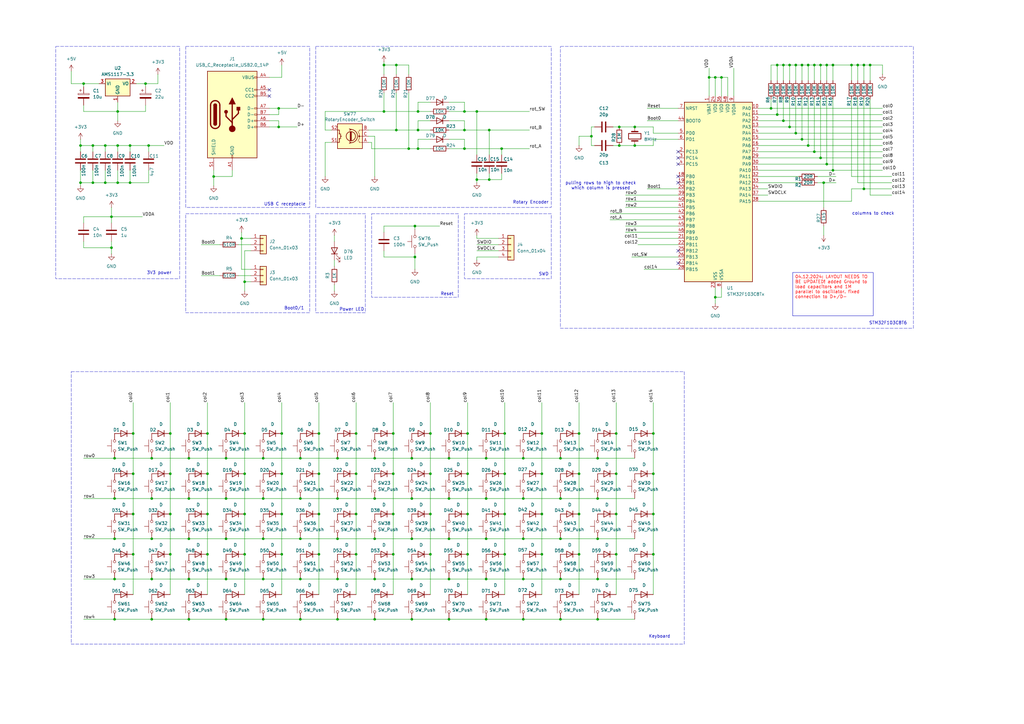
<source format=kicad_sch>
(kicad_sch (version 20231120) (generator "eeschema") (generator_version "8.0")
  (paper "A3")
  (title_block (title "Keyboard") (date "2024-06-06") (rev "0.1") (company "Schmacksby"))
  (junction (at 237.49 194.31))
  (junction (at 48.26 59.69))
  (junction (at 153.67 254))
  (junction (at 252.73 177.8))
  (junction (at 62.23 254))
  (junction (at 123.19 204.47))
  (junction (at 115.57 227.33))
  (junction (at 318.77 26.67))
  (junction (at 176.53 194.31))
  (junction (at 161.29 210.82))
  (junction (at 341.63 69.85))
  (junction (at 146.05 227.33))
  (junction (at 252.73 210.82))
  (junction (at 167.64 60.96))
  (junction (at 267.97 177.8))
  (junction (at 146.05 177.8))
  (junction (at 293.37 121.92))
  (junction (at 316.23 44.45))
  (junction (at 295.91 31.75))
  (junction (at 33.02 74.93))
  (junction (at 138.43 204.47))
  (junction (at 171.45 53.34))
  (junction (at 341.63 26.67))
  (junction (at 191.77 194.31))
  (junction (at 38.1 74.93))
  (junction (at 168.91 187.96))
  (junction (at 245.11 220.98))
  (junction (at 92.71 204.47))
  (junction (at 229.87 187.96))
  (junction (at 100.33 194.31))
  (junction (at 161.29 177.8))
  (junction (at 100.33 210.82))
  (junction (at 46.99 220.98))
  (junction (at 260.35 59.69))
  (junction (at 326.39 54.61))
  (junction (at 222.25 177.8))
  (junction (at 107.95 254))
  (junction (at 207.01 177.8))
  (junction (at 207.01 210.82))
  (junction (at 214.63 187.96))
  (junction (at 46.99 237.49))
  (junction (at 191.77 210.82))
  (junction (at 92.71 220.98))
  (junction (at 229.87 237.49))
  (junction (at 77.47 237.49))
  (junction (at 100.33 115.57))
  (junction (at 153.67 237.49))
  (junction (at 176.53 177.8))
  (junction (at 92.71 237.49))
  (junction (at 115.57 210.82))
  (junction (at 59.69 34.29))
  (junction (at 245.11 187.96))
  (junction (at 100.33 227.33))
  (junction (at 214.63 220.98))
  (junction (at 170.18 92.71))
  (junction (at 45.72 88.9))
  (junction (at 356.87 26.67))
  (junction (at 176.53 210.82))
  (junction (at 69.85 177.8))
  (junction (at 77.47 220.98))
  (junction (at 171.45 45.72))
  (junction (at 195.58 45.72))
  (junction (at 62.23 204.47))
  (junction (at 337.82 74.93))
  (junction (at 54.61 177.8))
  (junction (at 87.63 72.39))
  (junction (at 60.96 59.69))
  (junction (at 252.73 227.33))
  (junction (at 107.95 187.96))
  (junction (at 190.5 60.96))
  (junction (at 69.85 194.31))
  (junction (at 46.99 187.96))
  (junction (at 130.81 194.31))
  (junction (at 245.11 237.49))
  (junction (at 114.3 52.07))
  (junction (at 184.15 187.96))
  (junction (at 170.18 105.41))
  (junction (at 130.81 210.82))
  (junction (at 349.25 26.67))
  (junction (at 54.61 227.33))
  (junction (at 146.05 210.82))
  (junction (at 222.25 227.33))
  (junction (at 237.49 177.8))
  (junction (at 245.11 204.47))
  (junction (at 48.26 74.93))
  (junction (at 92.71 187.96))
  (junction (at 334.01 26.67))
  (junction (at 77.47 187.96))
  (junction (at 214.63 237.49))
  (junction (at 92.71 254))
  (junction (at 85.09 210.82))
  (junction (at 53.34 74.93))
  (junction (at 107.95 237.49))
  (junction (at 207.01 227.33))
  (junction (at 323.85 52.07))
  (junction (at 62.23 237.49))
  (junction (at 33.02 59.69))
  (junction (at 157.48 45.72))
  (junction (at 326.39 26.67))
  (junction (at 168.91 204.47))
  (junction (at 229.87 204.47))
  (junction (at 153.67 187.96))
  (junction (at 222.25 194.31))
  (junction (at 245.11 254))
  (junction (at 336.55 64.77))
  (junction (at 254 52.07))
  (junction (at 199.39 254))
  (junction (at 290.83 31.75))
  (junction (at 205.74 60.96))
  (junction (at 138.43 237.49))
  (junction (at 252.73 194.31))
  (junction (at 242.57 55.88))
  (junction (at 38.1 59.69))
  (junction (at 138.43 187.96))
  (junction (at 77.47 254))
  (junction (at 214.63 204.47))
  (junction (at 195.58 73.66))
  (junction (at 123.19 254))
  (junction (at 43.18 59.69))
  (junction (at 168.91 254))
  (junction (at 130.81 177.8))
  (junction (at 115.57 177.8))
  (junction (at 171.45 60.96))
  (junction (at 199.39 220.98))
  (junction (at 43.18 74.93))
  (junction (at 130.81 227.33))
  (junction (at 138.43 254))
  (junction (at 53.34 59.69))
  (junction (at 260.35 52.07))
  (junction (at 229.87 254))
  (junction (at 85.09 177.8))
  (junction (at 162.56 53.34))
  (junction (at 254 59.69))
  (junction (at 184.15 254))
  (junction (at 100.33 177.8))
  (junction (at 161.29 194.31))
  (junction (at 190.5 45.72))
  (junction (at 48.26 45.72))
  (junction (at 328.93 26.67))
  (junction (at 184.15 204.47))
  (junction (at 34.29 34.29))
  (junction (at 157.48 26.67))
  (junction (at 229.87 220.98))
  (junction (at 336.55 26.67))
  (junction (at 153.67 220.98))
  (junction (at 54.61 210.82))
  (junction (at 54.61 194.31))
  (junction (at 62.23 220.98))
  (junction (at 168.91 220.98))
  (junction (at 351.79 26.67))
  (junction (at 267.97 194.31))
  (junction (at 328.93 57.15))
  (junction (at 69.85 227.33))
  (junction (at 200.66 53.34))
  (junction (at 331.47 26.67))
  (junction (at 168.91 237.49))
  (junction (at 334.01 62.23))
  (junction (at 222.25 210.82))
  (junction (at 323.85 26.67))
  (junction (at 191.77 177.8))
  (junction (at 85.09 227.33))
  (junction (at 321.31 26.67))
  (junction (at 123.19 220.98))
  (junction (at 146.05 194.31))
  (junction (at 199.39 187.96))
  (junction (at 200.66 73.66))
  (junction (at 214.63 254))
  (junction (at 115.57 194.31))
  (junction (at 184.15 237.49))
  (junction (at 176.53 227.33))
  (junction (at 107.95 220.98))
  (junction (at 69.85 210.82))
  (junction (at 99.06 97.79))
  (junction (at 123.19 237.49))
  (junction (at 199.39 204.47))
  (junction (at 161.29 227.33))
  (junction (at 354.33 77.47))
  (junction (at 46.99 204.47))
  (junction (at 339.09 67.31))
  (junction (at 191.77 227.33))
  (junction (at 46.99 254))
  (junction (at 162.56 26.67))
  (junction (at 184.15 220.98))
  (junction (at 45.72 101.6))
  (junction (at 321.31 49.53))
  (junction (at 354.33 26.67))
  (junction (at 199.39 237.49))
  (junction (at 267.97 210.82))
  (junction (at 114.3 44.45))
  (junction (at 237.49 210.82))
  (junction (at 237.49 227.33))
  (junction (at 153.67 204.47))
  (junction (at 138.43 220.98))
  (junction (at 62.23 187.96))
  (junction (at 77.47 204.47))
  (junction (at 267.97 227.33))
  (junction (at 123.19 187.96))
  (junction (at 293.37 31.75))
  (junction (at 85.09 194.31))
  (junction (at 107.95 204.47))
  (junction (at 331.47 59.69))
  (junction (at 318.77 46.99))
  (junction (at 207.01 194.31))
  (junction (at 339.09 26.67))
  (junction (at 190.5 53.34))
  (no_connect (at 278.13 64.77))
  (no_connect (at 278.13 74.93))
  (no_connect (at 278.13 67.31))
  (no_connect (at 110.49 39.37))
  (no_connect (at 278.13 107.95))
  (no_connect (at 110.49 36.83))
  (no_connect (at 278.13 62.23))
  (no_connect (at 278.13 72.39))
  (no_connect (at 278.13 102.87))
  (wire (pts (xy 361.95 26.67) (xy 361.95 30.48)))
  (wire (pts (xy 85.09 194.31) (xy 85.09 210.82)))
  (wire (pts (xy 252.73 227.33) (xy 252.73 243.84)))
  (wire (pts (xy 133.35 58.42) (xy 135.89 58.42)))
  (wire (pts (xy 195.58 73.66) (xy 195.58 74.93)))
  (wire (pts (xy 162.56 26.67) (xy 167.64 26.67)))
  (wire (pts (xy 157.48 26.67) (xy 162.56 26.67)))
  (wire (pts (xy 349.25 77.47) (xy 354.33 77.47)))
  (wire (pts (xy 138.43 220.98) (xy 153.67 220.98)))
  (wire (pts (xy 53.34 74.93) (xy 48.26 74.93)))
  (wire (pts (xy 48.26 69.85) (xy 48.26 74.93)))
  (wire (pts (xy 33.02 57.15) (xy 33.02 59.69)))
  (wire (pts (xy 222.25 227.33) (xy 222.25 243.84)))
  (wire (pts (xy 311.15 67.31) (xy 339.09 67.31)))
  (wire (pts (xy 356.87 80.01) (xy 365.76 80.01)))
  (wire (pts (xy 267.97 227.33) (xy 267.97 243.84)))
  (wire (pts (xy 152.4 60.96) (xy 167.64 60.96)))
  (wire (pts (xy 34.29 99.06) (xy 34.29 101.6)))
  (wire (pts (xy 267.97 210.82) (xy 267.97 227.33)))
  (wire (pts (xy 157.48 102.87) (xy 157.48 105.41)))
  (wire (pts (xy 207.01 210.82) (xy 207.01 227.33)))
  (wire (pts (xy 318.77 26.67) (xy 321.31 26.67)))
  (wire (pts (xy 107.95 254) (xy 123.19 254)))
  (wire (pts (xy 184.15 49.53) (xy 190.5 49.53)))
  (wire (pts (xy 29.21 29.21) (xy 29.21 34.29)))
  (wire (pts (xy 267.97 54.61) (xy 278.13 54.61)))
  (wire (pts (xy 77.47 237.49) (xy 92.71 237.49)))
  (wire (pts (xy 254 52.07) (xy 260.35 52.07)))
  (wire (pts (xy 100.33 210.82) (xy 100.33 227.33)))
  (wire (pts (xy 331.47 40.64) (xy 331.47 59.69)))
  (wire (pts (xy 29.21 34.29) (xy 34.29 34.29)))
  (wire (pts (xy 170.18 104.14) (xy 170.18 105.41)))
  (wire (pts (xy 341.63 69.85) (xy 361.95 69.85)))
  (wire (pts (xy 92.71 237.49) (xy 107.95 237.49)))
  (wire (pts (xy 100.33 227.33) (xy 100.33 243.84)))
  (wire (pts (xy 138.43 204.47) (xy 153.67 204.47)))
  (wire (pts (xy 110.49 31.75) (xy 115.57 31.75)))
  (wire (pts (xy 60.96 69.85) (xy 60.96 74.93)))
  (wire (pts (xy 267.97 57.15) (xy 267.97 59.69)))
  (wire (pts (xy 326.39 33.02) (xy 326.39 26.67)))
  (wire (pts (xy 176.53 57.15) (xy 171.45 57.15)))
  (wire (pts (xy 256.54 92.71) (xy 278.13 92.71)))
  (wire (pts (xy 323.85 52.07) (xy 361.95 52.07)))
  (wire (pts (xy 356.87 26.67) (xy 356.87 33.02)))
  (wire (pts (xy 153.67 55.88) (xy 151.13 55.88)))
  (wire (pts (xy 356.87 40.64) (xy 356.87 80.01)))
  (wire (pts (xy 250.19 90.17) (xy 278.13 90.17)))
  (wire (pts (xy 67.31 59.69) (xy 60.96 59.69)))
  (wire (pts (xy 237.49 227.33) (xy 237.49 243.84)))
  (wire (pts (xy 184.15 45.72) (xy 190.5 45.72)))
  (wire (pts (xy 290.83 27.94) (xy 290.83 31.75)))
  (wire (pts (xy 115.57 194.31) (xy 115.57 210.82)))
  (wire (pts (xy 69.85 210.82) (xy 69.85 227.33)))
  (wire (pts (xy 321.31 33.02) (xy 321.31 26.67)))
  (wire (pts (xy 184.15 57.15) (xy 190.5 57.15)))
  (wire (pts (xy 184.15 41.91) (xy 190.5 41.91)))
  (wire (pts (xy 48.26 59.69) (xy 48.26 62.23)))
  (wire (pts (xy 137.16 106.68) (xy 137.16 109.22)))
  (wire (pts (xy 190.5 53.34) (xy 200.66 53.34)))
  (wire (pts (xy 316.23 40.64) (xy 316.23 44.45)))
  (wire (pts (xy 53.34 59.69) (xy 53.34 62.23)))
  (wire (pts (xy 311.15 80.01) (xy 314.96 80.01)))
  (wire (pts (xy 311.15 62.23) (xy 334.01 62.23)))
  (wire (pts (xy 318.77 40.64) (xy 318.77 46.99)))
  (wire (pts (xy 278.13 57.15) (xy 267.97 57.15)))
  (wire (pts (xy 114.3 52.07) (xy 121.92 52.07)))
  (wire (pts (xy 251.46 52.07) (xy 254 52.07)))
  (wire (pts (xy 110.49 44.45) (xy 114.3 44.45)))
  (wire (pts (xy 53.34 59.69) (xy 48.26 59.69)))
  (wire (pts (xy 161.29 227.33) (xy 161.29 243.84)))
  (wire (pts (xy 95.25 72.39) (xy 87.63 72.39)))
  (wire (pts (xy 171.45 45.72) (xy 176.53 45.72)))
  (wire (pts (xy 295.91 118.11) (xy 295.91 121.92)))
  (wire (pts (xy 349.25 33.02) (xy 349.25 26.67)))
  (wire (pts (xy 59.69 34.29) (xy 59.69 35.56)))
  (wire (pts (xy 115.57 210.82) (xy 115.57 227.33)))
  (wire (pts (xy 242.57 52.07) (xy 242.57 55.88)))
  (wire (pts (xy 123.19 187.96) (xy 138.43 187.96)))
  (wire (pts (xy 341.63 40.64) (xy 341.63 69.85)))
  (wire (pts (xy 242.57 59.69) (xy 243.84 59.69)))
  (wire (pts (xy 321.31 40.64) (xy 321.31 49.53)))
  (wire (pts (xy 107.95 187.96) (xy 123.19 187.96)))
  (wire (pts (xy 190.5 60.96) (xy 205.74 60.96)))
  (wire (pts (xy 60.96 59.69) (xy 60.96 62.23)))
  (wire (pts (xy 184.15 53.34) (xy 190.5 53.34)))
  (wire (pts (xy 99.06 95.25) (xy 99.06 97.79)))
  (wire (pts (xy 326.39 26.67) (xy 328.93 26.67)))
  (wire (pts (xy 191.77 194.31) (xy 191.77 210.82)))
  (wire (pts (xy 354.33 33.02) (xy 354.33 26.67)))
  (wire (pts (xy 99.06 97.79) (xy 102.87 97.79)))
  (wire (pts (xy 222.25 194.31) (xy 222.25 210.82)))
  (wire (pts (xy 34.29 220.98) (xy 46.99 220.98)))
  (wire (pts (xy 171.45 60.96) (xy 176.53 60.96)))
  (wire (pts (xy 59.69 34.29) (xy 64.77 34.29)))
  (wire (pts (xy 157.48 26.67) (xy 157.48 30.48)))
  (wire (pts (xy 252.73 165.1) (xy 252.73 177.8)))
  (wire (pts (xy 53.34 69.85) (xy 53.34 74.93)))
  (wire (pts (xy 267.97 194.31) (xy 267.97 210.82)))
  (wire (pts (xy 54.61 210.82) (xy 54.61 227.33)))
  (wire (pts (xy 53.34 74.93) (xy 60.96 74.93)))
  (wire (pts (xy 214.63 187.96) (xy 229.87 187.96)))
  (wire (pts (xy 100.33 177.8) (xy 100.33 194.31)))
  (wire (pts (xy 162.56 53.34) (xy 171.45 53.34)))
  (wire (pts (xy 115.57 177.8) (xy 115.57 194.31)))
  (wire (pts (xy 152.4 58.42) (xy 152.4 60.96)))
  (wire (pts (xy 146.05 177.8) (xy 146.05 194.31)))
  (wire (pts (xy 351.79 33.02) (xy 351.79 26.67)))
  (wire (pts (xy 252.73 177.8) (xy 252.73 194.31)))
  (wire (pts (xy 190.5 41.91) (xy 190.5 45.72)))
  (wire (pts (xy 34.29 88.9) (xy 34.29 91.44)))
  (wire (pts (xy 316.23 44.45) (xy 361.95 44.45)))
  (wire (pts (xy 176.53 177.8) (xy 176.53 194.31)))
  (wire (pts (xy 334.01 26.67) (xy 336.55 26.67)))
  (wire (pts (xy 229.87 187.96) (xy 245.11 187.96)))
  (wire (pts (xy 176.53 41.91) (xy 171.45 41.91)))
  (wire (pts (xy 328.93 26.67) (xy 331.47 26.67)))
  (wire (pts (xy 318.77 46.99) (xy 361.95 46.99)))
  (wire (pts (xy 137.16 96.52) (xy 137.16 99.06)))
  (wire (pts (xy 290.83 31.75) (xy 293.37 31.75)))
  (wire (pts (xy 349.25 72.39) (xy 365.76 72.39)))
  (wire (pts (xy 110.49 46.99) (xy 114.3 46.99)))
  (wire (pts (xy 195.58 96.52) (xy 195.58 97.79)))
  (wire (pts (xy 199.39 187.96) (xy 214.63 187.96)))
  (wire (pts (xy 62.23 204.47) (xy 77.47 204.47)))
  (wire (pts (xy 34.29 45.72) (xy 48.26 45.72)))
  (wire (pts (xy 256.54 85.09) (xy 278.13 85.09)))
  (wire (pts (xy 341.63 26.67) (xy 349.25 26.67)))
  (wire (pts (xy 82.55 113.03) (xy 90.17 113.03)))
  (wire (pts (xy 205.74 73.66) (xy 200.66 73.66)))
  (wire (pts (xy 195.58 106.68) (xy 195.58 105.41)))
  (wire (pts (xy 153.67 204.47) (xy 168.91 204.47)))
  (wire (pts (xy 242.57 55.88) (xy 242.57 59.69)))
  (wire (pts (xy 311.15 77.47) (xy 314.96 77.47)))
  (wire (pts (xy 191.77 210.82) (xy 191.77 227.33)))
  (wire (pts (xy 54.61 177.8) (xy 54.61 194.31)))
  (wire (pts (xy 33.02 69.85) (xy 33.02 74.93)))
  (wire (pts (xy 334.01 33.02) (xy 334.01 26.67)))
  (wire (pts (xy 195.58 105.41) (xy 204.47 105.41)))
  (wire (pts (xy 199.39 220.98) (xy 214.63 220.98)))
  (wire (pts (xy 130.81 210.82) (xy 130.81 227.33)))
  (wire (pts (xy 326.39 40.64) (xy 326.39 54.61)))
  (wire (pts (xy 298.45 39.37) (xy 298.45 31.75)))
  (wire (pts (xy 334.01 62.23) (xy 361.95 62.23)))
  (wire (pts (xy 130.81 165.1) (xy 130.81 177.8)))
  (wire (pts (xy 100.33 194.31) (xy 100.33 210.82)))
  (wire (pts (xy 214.63 220.98) (xy 229.87 220.98)))
  (wire (pts (xy 199.39 254) (xy 214.63 254)))
  (wire (pts (xy 176.53 194.31) (xy 176.53 210.82)))
  (wire (pts (xy 157.48 95.25) (xy 157.48 92.71)))
  (wire (pts (xy 195.58 100.33) (xy 204.47 100.33)))
  (wire (pts (xy 323.85 40.64) (xy 323.85 52.07)))
  (wire (pts (xy 34.29 34.29) (xy 40.64 34.29)))
  (wire (pts (xy 114.3 44.45) (xy 121.92 44.45)))
  (wire (pts (xy 77.47 204.47) (xy 92.71 204.47)))
  (wire (pts (xy 157.48 38.1) (xy 157.48 45.72)))
  (wire (pts (xy 123.19 204.47) (xy 138.43 204.47)))
  (wire (pts (xy 97.79 100.33) (xy 102.87 100.33)))
  (wire (pts (xy 199.39 237.49) (xy 214.63 237.49)))
  (wire (pts (xy 222.25 165.1) (xy 222.25 177.8)))
  (wire (pts (xy 311.15 57.15) (xy 328.93 57.15)))
  (wire (pts (xy 176.53 49.53) (xy 171.45 49.53)))
  (wire (pts (xy 151.13 58.42) (xy 152.4 58.42)))
  (wire (pts (xy 251.46 59.69) (xy 254 59.69)))
  (wire (pts (xy 351.79 26.67) (xy 354.33 26.67)))
  (wire (pts (xy 33.02 59.69) (xy 33.02 62.23)))
  (wire (pts (xy 316.23 33.02) (xy 316.23 26.67)))
  (wire (pts (xy 168.91 204.47) (xy 184.15 204.47)))
  (wire (pts (xy 176.53 165.1) (xy 176.53 177.8)))
  (wire (pts (xy 295.91 121.92) (xy 293.37 121.92)))
  (wire (pts (xy 214.63 254) (xy 229.87 254)))
  (wire (pts (xy 34.29 101.6) (xy 45.72 101.6)))
  (wire (pts (xy 243.84 52.07) (xy 242.57 52.07)))
  (wire (pts (xy 200.66 73.66) (xy 195.58 73.66)))
  (wire (pts (xy 176.53 227.33) (xy 176.53 243.84)))
  (wire (pts (xy 69.85 227.33) (xy 69.85 243.84)))
  (wire (pts (xy 205.74 60.96) (xy 217.17 60.96)))
  (wire (pts (xy 190.5 57.15) (xy 190.5 60.96)))
  (wire (pts (xy 321.31 49.53) (xy 361.95 49.53)))
  (wire (pts (xy 184.15 60.96) (xy 190.5 60.96)))
  (wire (pts (xy 323.85 26.67) (xy 323.85 33.02)))
  (wire (pts (xy 195.58 97.79) (xy 204.47 97.79)))
  (wire (pts (xy 245.11 187.96) (xy 260.35 187.96)))
  (wire (pts (xy 43.18 59.69) (xy 43.18 62.23)))
  (wire (pts (xy 199.39 204.47) (xy 214.63 204.47)))
  (wire (pts (xy 205.74 60.96) (xy 205.74 63.5)))
  (wire (pts (xy 354.33 77.47) (xy 365.76 77.47)))
  (wire (pts (xy 114.3 49.53) (xy 114.3 52.07)))
  (wire (pts (xy 342.9 72.39) (xy 335.28 72.39)))
  (wire (pts (xy 135.89 53.34) (xy 133.35 53.34)))
  (wire (pts (xy 77.47 220.98) (xy 92.71 220.98)))
  (wire (pts (xy 326.39 54.61) (xy 361.95 54.61)))
  (wire (pts (xy 171.45 53.34) (xy 176.53 53.34)))
  (wire (pts (xy 54.61 165.1) (xy 54.61 177.8)))
  (wire (pts (xy 123.19 254) (xy 138.43 254)))
  (wire (pts (xy 157.48 45.72) (xy 171.45 45.72)))
  (wire (pts (xy 151.13 53.34) (xy 162.56 53.34)))
  (wire (pts (xy 207.01 194.31) (xy 207.01 210.82)))
  (wire (pts (xy 293.37 121.92) (xy 293.37 124.46)))
  (wire (pts (xy 168.91 237.49) (xy 184.15 237.49)))
  (wire (pts (xy 146.05 210.82) (xy 146.05 227.33)))
  (wire (pts (xy 267.97 165.1) (xy 267.97 177.8)))
  (wire (pts (xy 328.93 57.15) (xy 361.95 57.15)))
  (wire (pts (xy 85.09 227.33) (xy 85.09 243.84)))
  (wire (pts (xy 214.63 237.49) (xy 229.87 237.49)))
  (wire (pts (xy 356.87 26.67) (xy 361.95 26.67)))
  (wire (pts (xy 331.47 26.67) (xy 334.01 26.67)))
  (wire (pts (xy 85.09 177.8) (xy 85.09 194.31)))
  (wire (pts (xy 176.53 210.82) (xy 176.53 227.33)))
  (wire (pts (xy 300.99 27.94) (xy 300.99 39.37)))
  (wire (pts (xy 311.15 54.61) (xy 326.39 54.61)))
  (wire (pts (xy 298.45 31.75) (xy 295.91 31.75)))
  (wire (pts (xy 200.66 53.34) (xy 217.17 53.34)))
  (wire (pts (xy 267.97 52.07) (xy 260.35 52.07)))
  (wire (pts (xy 46.99 254) (xy 62.23 254)))
  (wire (pts (xy 34.29 237.49) (xy 46.99 237.49)))
  (wire (pts (xy 69.85 177.8) (xy 69.85 194.31)))
  (wire (pts (xy 161.29 165.1) (xy 161.29 177.8)))
  (wire (pts (xy 207.01 177.8) (xy 207.01 194.31)))
  (wire (pts (xy 110.49 52.07) (xy 114.3 52.07)))
  (wire (pts (xy 245.11 220.98) (xy 260.35 220.98)))
  (wire (pts (xy 95.25 69.85) (xy 95.25 72.39)))
  (wire (pts (xy 153.67 237.49) (xy 168.91 237.49)))
  (wire (pts (xy 38.1 59.69) (xy 33.02 59.69)))
  (wire (pts (xy 46.99 187.96) (xy 62.23 187.96)))
  (wire (pts (xy 45.72 88.9) (xy 34.29 88.9)))
  (wire (pts (xy 171.45 49.53) (xy 171.45 53.34)))
  (wire (pts (xy 256.54 80.01) (xy 278.13 80.01)))
  (wire (pts (xy 34.29 254) (xy 46.99 254)))
  (wire (pts (xy 229.87 254) (xy 245.11 254)))
  (wire (pts (xy 323.85 26.67) (xy 326.39 26.67)))
  (wire (pts (xy 336.55 40.64) (xy 336.55 64.77)))
  (wire (pts (xy 311.15 59.69) (xy 331.47 59.69)))
  (wire (pts (xy 48.26 45.72) (xy 48.26 49.53)))
  (wire (pts (xy 153.67 187.96) (xy 168.91 187.96)))
  (wire (pts (xy 100.33 115.57) (xy 100.33 119.38)))
  (wire (pts (xy 184.15 187.96) (xy 199.39 187.96)))
  (wire (pts (xy 110.49 49.53) (xy 114.3 49.53)))
  (wire (pts (xy 267.97 177.8) (xy 267.97 194.31)))
  (wire (pts (xy 245.11 254) (xy 260.35 254)))
  (wire (pts (xy 267.97 54.61) (xy 267.97 52.07)))
  (wire (pts (xy 200.66 53.34) (xy 200.66 63.5)))
  (wire (pts (xy 293.37 31.75) (xy 293.37 39.37)))
  (wire (pts (xy 205.74 71.12) (xy 205.74 73.66)))
  (wire (pts (xy 339.09 67.31) (xy 361.95 67.31)))
  (wire (pts (xy 46.99 220.98) (xy 62.23 220.98)))
  (wire (pts (xy 295.91 39.37) (xy 295.91 31.75)))
  (wire (pts (xy 237.49 210.82) (xy 237.49 227.33)))
  (wire (pts (xy 38.1 69.85) (xy 38.1 74.93)))
  (wire (pts (xy 267.97 59.69) (xy 260.35 59.69)))
  (wire (pts (xy 100.33 102.87) (xy 100.33 115.57)))
  (wire (pts (xy 54.61 194.31) (xy 54.61 210.82)))
  (wire (pts (xy 311.15 82.55) (xy 349.25 82.55)))
  (wire (pts (xy 162.56 30.48) (xy 162.56 26.67)))
  (wire (pts (xy 295.91 31.75) (xy 293.37 31.75)))
  (wire (pts (xy 318.77 33.02) (xy 318.77 26.67)))
  (wire (pts (xy 161.29 194.31) (xy 161.29 210.82)))
  (wire (pts (xy 195.58 45.72) (xy 217.17 45.72)))
  (wire (pts (xy 311.15 46.99) (xy 318.77 46.99)))
  (wire (pts (xy 331.47 59.69) (xy 361.95 59.69)))
  (wire (pts (xy 190.5 49.53) (xy 190.5 53.34)))
  (wire (pts (xy 62.23 220.98) (xy 77.47 220.98)))
  (wire (pts (xy 351.79 74.93) (xy 365.76 74.93)))
  (wire (pts (xy 339.09 26.67) (xy 339.09 33.02)))
  (wire (pts (xy 337.82 92.71) (xy 337.82 96.52)))
  (wire (pts (xy 261.62 97.79) (xy 278.13 97.79)))
  (wire (pts (xy 321.31 26.67) (xy 323.85 26.67)))
  (wire (pts (xy 138.43 237.49) (xy 153.67 237.49)))
  (wire (pts (xy 184.15 220.98) (xy 199.39 220.98)))
  (wire (pts (xy 115.57 227.33) (xy 115.57 243.84)))
  (wire (pts (xy 161.29 177.8) (xy 161.29 194.31)))
  (wire (pts (xy 45.72 85.09) (xy 45.72 88.9)))
  (wire (pts (xy 46.99 204.47) (xy 62.23 204.47)))
  (wire (pts (xy 102.87 110.49) (xy 99.06 110.49)))
  (wire (pts (xy 34.29 43.18) (xy 34.29 45.72)))
  (wire (pts (xy 170.18 92.71) (xy 170.18 93.98)))
  (wire (pts (xy 195.58 45.72) (xy 195.58 63.5)))
  (wire (pts (xy 351.79 40.64) (xy 351.79 74.93)))
  (wire (pts (xy 107.95 237.49) (xy 123.19 237.49)))
  (wire (pts (xy 62.23 237.49) (xy 77.47 237.49)))
  (wire (pts (xy 45.72 91.44) (xy 45.72 88.9)))
  (wire (pts (xy 138.43 254) (xy 153.67 254)))
  (wire (pts (xy 130.81 194.31) (xy 130.81 210.82)))
  (wire (pts (xy 354.33 26.67) (xy 356.87 26.67)))
  (wire (pts (xy 64.77 30.48) (xy 64.77 34.29)))
  (wire (pts (xy 339.09 26.67) (xy 341.63 26.67)))
  (wire (pts (xy 328.93 33.02) (xy 328.93 26.67)))
  (wire (pts (xy 107.95 220.98) (xy 123.19 220.98)))
  (wire (pts (xy 38.1 74.93) (xy 43.18 74.93)))
  (wire (pts (xy 34.29 187.96) (xy 46.99 187.96)))
  (wire (pts (xy 341.63 33.02) (xy 341.63 26.67)))
  (wire (pts (xy 337.82 74.93) (xy 337.82 85.09)))
  (wire (pts (xy 69.85 194.31) (xy 69.85 210.82)))
  (wire (pts (xy 87.63 72.39) (xy 87.63 76.2)))
  (wire (pts (xy 191.77 177.8) (xy 191.77 194.31)))
  (wire (pts (xy 229.87 237.49) (xy 245.11 237.49)))
  (wire (pts (xy 45.72 88.9) (xy 58.42 88.9)))
  (wire (pts (xy 167.64 30.48) (xy 167.64 26.67)))
  (wire (pts (xy 334.01 40.64) (xy 334.01 62.23)))
  (wire (pts (xy 107.95 204.47) (xy 123.19 204.47)))
  (wire (pts (xy 114.3 46.99) (xy 114.3 44.45)))
  (wire (pts (xy 191.77 165.1) (xy 191.77 177.8)))
  (wire (pts (xy 92.71 254) (xy 107.95 254)))
  (wire (pts (xy 259.08 105.41) (xy 278.13 105.41)))
  (wire (pts (xy 45.72 101.6) (xy 45.72 104.14)))
  (wire (pts (xy 77.47 254) (xy 92.71 254)))
  (wire (pts (xy 328.93 40.64) (xy 328.93 57.15)))
  (wire (pts (xy 237.49 194.31) (xy 237.49 210.82)))
  (wire (pts (xy 123.19 220.98) (xy 138.43 220.98)))
  (wire (pts (xy 265.43 49.53) (xy 278.13 49.53)))
  (wire (pts (xy 100.33 115.57) (xy 102.87 115.57)))
  (wire (pts (xy 133.35 53.34) (xy 133.35 45.72)))
  (wire (pts (xy 43.18 59.69) (xy 38.1 59.69)))
  (wire (pts (xy 92.71 187.96) (xy 107.95 187.96)))
  (wire (pts (xy 311.15 44.45) (xy 316.23 44.45)))
  (wire (pts (xy 237.49 59.69) (xy 237.49 55.88)))
  (wire (pts (xy 256.54 82.55) (xy 278.13 82.55)))
  (wire (pts (xy 34.29 34.29) (xy 34.29 35.56)))
  (wire (pts (xy 261.62 100.33) (xy 278.13 100.33)))
  (wire (pts (xy 252.73 210.82) (xy 252.73 227.33)))
  (wire (pts (xy 157.48 92.71) (xy 170.18 92.71)))
  (wire (pts (xy 265.43 77.47) (xy 278.13 77.47)))
  (wire (pts (xy 34.29 204.47) (xy 46.99 204.47)))
  (wire (pts (xy 171.45 57.15) (xy 171.45 60.96)))
  (wire (pts (xy 55.88 34.29) (xy 59.69 34.29)))
  (wire (pts (xy 190.5 45.72) (xy 195.58 45.72)))
  (wire (pts (xy 130.81 177.8) (xy 130.81 194.31)))
  (wire (pts (xy 252.73 194.31) (xy 252.73 210.82)))
  (wire (pts (xy 316.23 26.67) (xy 318.77 26.67)))
  (wire (pts (xy 146.05 227.33) (xy 146.05 243.84)))
  (wire (pts (xy 264.16 110.49) (xy 278.13 110.49)))
  (wire (pts (xy 349.25 40.64) (xy 349.25 72.39)))
  (wire (pts (xy 48.26 45.72) (xy 59.69 45.72)))
  (wire (pts (xy 46.99 237.49) (xy 62.23 237.49)))
  (wire (pts (xy 130.81 227.33) (xy 130.81 243.84)))
  (wire (pts (xy 168.91 220.98) (xy 184.15 220.98)))
  (wire (pts (xy 100.33 165.1) (xy 100.33 177.8)))
  (wire (pts (xy 48.26 74.93) (xy 43.18 74.93)))
  (wire (pts (xy 311.15 52.07) (xy 323.85 52.07)))
  (wire (pts (xy 92.71 204.47) (xy 107.95 204.47)))
  (wire (pts (xy 339.09 40.64) (xy 339.09 67.31)))
  (wire (pts (xy 45.72 99.06) (xy 45.72 101.6)))
  (wire (pts (xy 349.25 82.55) (xy 349.25 77.47)))
  (wire (pts (xy 62.23 254) (xy 77.47 254)))
  (wire (pts (xy 250.19 87.63) (xy 278.13 87.63)))
  (wire (pts (xy 153.67 72.39) (xy 153.67 55.88)))
  (wire (pts (xy 168.91 254) (xy 184.15 254)))
  (wire (pts (xy 115.57 31.75) (xy 115.57 26.67)))
  (wire (pts (xy 237.49 55.88) (xy 242.57 55.88)))
  (wire (pts (xy 214.63 204.47) (xy 229.87 204.47)))
  (wire (pts (xy 311.15 69.85) (xy 341.63 69.85)))
  (wire (pts (xy 115.57 165.1) (xy 115.57 177.8)))
  (wire (pts (xy 331.47 33.02) (xy 331.47 26.67)))
  (wire (pts (xy 60.96 59.69) (xy 53.34 59.69)))
  (wire (pts (xy 229.87 220.98) (xy 245.11 220.98)))
  (wire (pts (xy 222.25 210.82) (xy 222.25 227.33)))
  (wire (pts (xy 38.1 74.93) (xy 33.02 74.93)))
  (wire (pts (xy 161.29 210.82) (xy 161.29 227.33)))
  (wire (pts (xy 207.01 165.1) (xy 207.01 177.8)))
  (wire (pts (xy 336.55 64.77) (xy 361.95 64.77)))
  (wire (pts (xy 92.71 220.98) (xy 107.95 220.98)))
  (wire (pts (xy 207.01 227.33) (xy 207.01 243.84)))
  (wire (pts (xy 200.66 71.12) (xy 200.66 73.66)))
  (wire (pts (xy 38.1 59.69) (xy 38.1 62.23)))
  (wire (pts (xy 311.15 64.77) (xy 336.55 64.77)))
  (wire (pts (xy 162.56 38.1) (xy 162.56 53.34)))
  (wire (pts (xy 54.61 227.33) (xy 54.61 243.84)))
  (wire (pts (xy 82.55 100.33) (xy 90.17 100.33)))
  (wire (pts (xy 137.16 116.84) (xy 137.16 119.38)))
  (wire (pts (xy 265.43 44.45) (xy 278.13 44.45)))
  (wire (pts (xy 33.02 74.93) (xy 33.02 76.2)))
  (wire (pts (xy 157.48 105.41) (xy 170.18 105.41)))
  (wire (pts (xy 146.05 194.31) (xy 146.05 210.82)))
  (wire (pts (xy 184.15 237.49) (xy 199.39 237.49)))
  (wire (pts (xy 195.58 102.87) (xy 204.47 102.87)))
  (wire (pts (xy 290.83 39.37) (xy 290.83 31.75)))
  (wire (pts (xy 77.47 187.96) (xy 92.71 187.96)))
  (wire (pts (xy 99.06 110.49) (xy 99.06 97.79)))
  (wire (pts (xy 133.35 58.42) (xy 133.35 72.39)))
  (wire (pts (xy 133.35 45.72) (xy 157.48 45.72)))
  (wire (pts (xy 43.18 69.85) (xy 43.18 74.93)))
  (wire (pts (xy 168.91 187.96) (xy 184.15 187.96)))
  (wire (pts (xy 311.15 49.53) (xy 321.31 49.53)))
  (wire (pts (xy 87.63 69.85) (xy 87.63 72.39)))
  (wire (pts (xy 146.05 165.1) (xy 146.05 177.8)))
  (wire (pts (xy 48.26 41.91) (xy 48.26 45.72)))
  (wire (pts (xy 167.64 60.96) (xy 171.45 60.96)))
  (wire (pts (xy 311.15 74.93) (xy 327.66 74.93)))
  (wire (pts (xy 229.87 204.47) (xy 245.11 204.47)))
  (wire (pts (xy 167.64 38.1) (xy 167.64 60.96)))
  (wire (pts (xy 354.33 40.64) (xy 354.33 77.47)))
  (wire (pts (xy 245.11 237.49) (xy 260.35 237.49)))
  (wire (pts (xy 245.11 204.47) (xy 260.35 204.47)))
  (wire (pts (xy 336.55 26.67) (xy 339.09 26.67)))
  (wire (pts (xy 256.54 95.25) (xy 278.13 95.25)))
  (wire (pts (xy 62.23 187.96) (xy 77.47 187.96)))
  (wire (pts (xy 184.15 204.47) (xy 199.39 204.47)))
  (wire (pts (xy 335.28 74.93) (xy 337.82 74.93)))
  (wire (pts (xy 85.09 210.82) (xy 85.09 227.33)))
  (wire (pts (xy 237.49 165.1) (xy 237.49 177.8)))
  (wire (pts (xy 195.58 71.12) (xy 195.58 73.66)))
  (wire (pts (xy 48.26 59.69) (xy 43.18 59.69)))
  (wire (pts (xy 59.69 43.18) (xy 59.69 45.72)))
  (wire (pts (xy 191.77 227.33) (xy 191.77 243.84)))
  (wire (pts (xy 170.18 92.71) (xy 180.34 92.71)))
  (wire (pts (xy 349.25 26.67) (xy 351.79 26.67)))
  (wire (pts (xy 170.18 105.41) (xy 170.18 110.49)))
  (wire (pts (xy 123.19 237.49) (xy 138.43 237.49)))
  (wire (pts (xy 69.85 165.1) (xy 69.85 177.8)))
  (wire (pts (xy 153.67 254) (xy 168.91 254)))
  (wire (pts (xy 311.15 72.39) (xy 327.66 72.39)))
  (wire (pts (xy 222.25 177.8) (xy 222.25 194.31)))
  (wire (pts (xy 153.67 220.98) (xy 168.91 220.98)))
  (wire (pts (xy 336.55 33.02) (xy 336.55 26.67)))
  (wire (pts (xy 171.45 41.91) (xy 171.45 45.72)))
  (wire (pts (xy 184.15 254) (xy 199.39 254)))
  (wire (pts (xy 337.82 74.93) (xy 342.9 74.93)))
  (wire (pts (xy 102.87 102.87) (xy 100.33 102.87)))
  (wire (pts (xy 157.48 25.4) (xy 157.48 26.67)))
  (wire (pts (xy 237.49 177.8) (xy 237.49 194.31)))
  (wire (pts (xy 85.09 165.1) (xy 85.09 177.8)))
  (wire (pts (xy 97.79 113.03) (xy 102.87 113.03)))
  (wire (pts (xy 254 59.69) (xy 260.35 59.69)))
  (wire (pts (xy 138.43 187.96) (xy 153.67 187.96)))
  (wire (pts (xy 293.37 118.11) (xy 293.37 121.92)))
  (rectangle (start 190.5 87.63) (end 226.06 114.3) (stroke (width 0.127) (type dash)))
  (rectangle (start 129.54 87.63) (end 149.86 128.27) (stroke (width 0.127) (type dash)))
  (rectangle (start 29.21 152.4) (end 280.67 264.16) (stroke (width 0.127) (type dash)))
  (rectangle (start 152.4 87.63) (end 187.96 121.92) (stroke (width 0.127) (type dash)))
  (rectangle (start 76.2 19.05) (end 127 85.09) (stroke (width 0.127) (type dash)))
  (rectangle (start 129.54 19.05) (end 226.06 85.09) (stroke (width 0.127) (type dash)))
  (rectangle (start 76.2 87.63) (end 127 128.27) (stroke (width 0.127) (type dash)))
  (rectangle (start 229.87 19.05) (end 374.65 134.62) (stroke (width 0.127) (type dash)))
  (rectangle (start 22.86 19.05) (end 73.66 114.3) (stroke (width 0.127) (type dash)))
  (text_box "04.12.2024: LAYOUT NEEDS TO BE UPDATED! added Ground to load capacitors and 1M parallel to oscillator. fixed connection to D+/D-" (at 325.12 111.76 0) (size 33.02 17.78) (effects (font (size 1.27 1.27)) (justify left top)))
  (text "USB C receptacle" (at 116.84 83.82 0) (effects (font (size 1.27 1.27))))
  (text "pulling rows to high to check\nwhich column is pressed\n" (at 246.38 76.2 0) (effects (font (size 1.27 1.27))))
  (text "Power LED" (at 144.272 127 0) (effects (font (size 1.27 1.27))))
  (text "Reset" (at 183.388 120.65 0) (effects (font (size 1.27 1.27))))
  (text "3V3 power" (at 65.278 112.014 0) (effects (font (size 1.27 1.27))))
  (text "STM32F103C8T6\n" (at 364.236 132.588 0) (effects (font (size 1.27 1.27))))
  (text "columns to check" (at 358.14 87.63 0) (effects (font (size 1.27 1.27))))
  (text "Boot0/1\n" (at 120.65 126.492 0) (effects (font (size 1.27 1.27))))
  (text "SWD" (at 223.012 112.522 0) (effects (font (size 1.27 1.27))))
  (text "Keyboard" (at 270.51 261.112 0) (effects (font (size 1.27 1.27))))
  (text "Rotary Encoder" (at 217.678 83.058 0) (effects (font (size 1.27 1.27))))
  (label "col3" (at 100.33 165.1 90))
  (label "row3" (at 256.54 92.71 0))
  (label "col9" (at 191.77 165.1 90))
  (label "row4" (at 256.54 95.25 0))
  (label "col1" (at 69.85 165.1 90))
  (label "col11" (at 365.76 72.39 0))
  (label "col0" (at 361.95 44.45 0))
  (label "col7" (at 361.95 62.23 0))
  (label "Boot0" (at 265.43 49.53 0))
  (label "col4" (at 361.95 54.61 0))
  (label "row1" (at 34.29 204.47 0))
  (label "SWDCLK" (at 314.96 80.01 0))
  (label "col6" (at 146.05 165.1 90))
  (label "col2" (at 361.95 49.53 0))
  (label "SWDCLK" (at 195.58 102.87 0))
  (label "col8" (at 361.95 64.77 0))
  (label "col11" (at 222.25 165.1 90))
  (label "col0" (at 54.61 165.1 90))
  (label "col7" (at 161.29 165.1 90))
  (label "col4" (at 115.57 165.1 90))
  (label "col12" (at 365.76 74.93 0))
  (label "SWDIO" (at 314.96 77.47 0))
  (label "Boot1" (at 82.55 113.03 0))
  (label "col12" (at 261.62 100.33 180))
  (label "col2" (at 85.09 165.1 90))
  (label "rot_B" (at 250.19 87.63 0))
  (label "row4" (at 34.29 254 0))
  (label "col3" (at 361.95 52.07 0))
  (label "rot_SW" (at 217.17 45.72 0))
  (label "col5" (at 361.95 57.15 0))
  (label "D+" (at 121.92 52.07 0))
  (label "col10" (at 361.95 69.85 0))
  (label "row0" (at 256.54 80.01 0))
  (label "rot_A" (at 250.19 90.17 0))
  (label "VDDA" (at 58.42 88.9 0))
  (label "row2" (at 256.54 85.09 0))
  (label "col13" (at 252.73 165.1 90))
  (label "VDD" (at 290.83 27.94 90))
  (label "col13" (at 365.76 77.47 0))
  (label "Reset" (at 265.43 44.45 0))
  (label "col11" (at 261.62 97.79 180))
  (label "VDDA" (at 300.99 27.94 90))
  (label "D-" (at 342.9 72.39 180))
  (label "Reset" (at 180.34 92.71 0))
  (label "rot_A" (at 217.17 60.96 0))
  (label "rot_B" (at 217.17 53.34 0))
  (label "D+" (at 342.9 74.93 180))
  (label "col10" (at 207.01 165.1 90))
  (label "VDD" (at 67.31 59.69 0))
  (label "col14" (at 264.16 110.49 0))
  (label "col1" (at 361.95 46.99 0))
  (label "col14" (at 267.97 165.1 90))
  (label "col6" (at 361.95 59.69 0))
  (label "col9" (at 361.95 67.31 0))
  (label "row3" (at 34.29 237.49 0))
  (label "row0" (at 34.29 187.96 0))
  (label "col5" (at 130.81 165.1 90))
  (label "Boot0" (at 82.55 100.33 0))
  (label "row2" (at 34.29 220.98 0))
  (label "row1" (at 256.54 82.55 0))
  (label "col14" (at 365.76 80.01 0))
  (label "SWDIO" (at 195.58 100.33 0))
  (label "col8" (at 176.53 165.1 90))
  (label "rot_SW" (at 259.08 105.41 0))
  (label "D-" (at 121.92 44.45 0))
  (label "col12" (at 237.49 165.1 90))
  (label "Boot1" (at 265.43 77.47 0))
  (symbol (lib_id "Device:D") (at 218.44 177.8 180) (unit 1)
    (property "Reference" "D12" (at 214.376 176.022 0))
    (property "Value" "D" (at 218.44 173.99 0))
    (property "Footprint" "Diode_SMD:D_SOD-523" (effects (hide yes)))
    (property "Description" "Diode" (effects (hide yes)))
    (property "Sim.Device" "D" (effects (hide yes)))
    (property "Sim.Pins" "1=K 2=A" (effects (hide yes)))
  )
  (symbol (lib_id "Switch:SW_Push") (at 123.19 215.9 90) (unit 1)
    (property "Reference" "SW36" (at 124.46 214.6299 90) (effects (justify right)))
    (property "Value" "SW_Push" (at 124.46 217.1699 90) (effects (justify right)))
    (property "Footprint" "keyboard:Kailh_socket_MX" (effects (hide yes)))
    (property "Description" "Push button switch, generic, two pins" (effects (hide yes)))
  )
  (symbol (lib_id "Device:R") (at 334.01 36.83 180) (unit 1)
    (property "Reference" "R13" (at 332.994 41.656 90))
    (property "Value" "10K" (at 334.01 36.83 90))
    (property "Footprint" "Resistor_SMD:R_0603_1608Metric" (effects (hide yes)))
    (property "Description" "Resistor" (effects (hide yes)))
  )
  (symbol (lib_id "Device:D") (at 111.76 194.31 180) (unit 1)
    (property "Reference" "D20" (at 108.458 192.786 0))
    (property "Value" "D" (at 111.76 190.5 0))
    (property "Footprint" "Diode_SMD:D_SOD-523" (effects (hide yes)))
    (property "Description" "Diode" (effects (hide yes)))
    (property "Sim.Device" "D" (effects (hide yes)))
    (property "Sim.Pins" "1=K 2=A" (effects (hide yes)))
  )
  (symbol (lib_id "power:GND") (at 361.95 30.48 0) (unit 1)
    (property "Reference" "#PWR017" (effects (hide yes)))
    (property "Value" "GND" (at 361.95 35.56 0))
    (property "Description" "Power symbol creates a global label with name \"GND\" , ground" (effects (hide yes)))
  )
  (symbol (lib_id "Switch:SW_Push") (at 107.95 182.88 90) (unit 1)
    (property "Reference" "SW5" (at 109.22 181.6099 90) (effects (justify right)))
    (property "Value" "SW_Push" (at 109.22 184.1499 90) (effects (justify right)))
    (property "Footprint" "keyboard:Kailh_socket_MX" (effects (hide yes)))
    (property "Description" "Push button switch, generic, two pins" (effects (hide yes)))
  )
  (symbol (lib_id "Device:D") (at 157.48 177.8 180) (unit 1)
    (property "Reference" "D8" (at 153.924 176.276 0))
    (property "Value" "D" (at 157.48 173.99 0))
    (property "Footprint" "Diode_SMD:D_SOD-523" (effects (hide yes)))
    (property "Description" "Diode" (effects (hide yes)))
    (property "Sim.Device" "D" (effects (hide yes)))
    (property "Sim.Pins" "1=K 2=A" (effects (hide yes)))
  )
  (symbol (lib_id "Switch:SW_Push") (at 170.18 99.06 90) (unit 1)
    (property "Reference" "SW76" (at 171.45 97.7899 90) (effects (justify right)))
    (property "Value" "SW_Push" (at 171.45 100.3299 90) (effects (justify right)))
    (property "Footprint" "Button_Switch_SMD:SW_Push_1P1T_NO_CK_KSC7xxJ" (effects (hide yes)))
    (property "Description" "Push button switch, generic, two pins" (effects (hide yes)))
  )
  (symbol (lib_id "Switch:SW_Push") (at 92.71 182.88 90) (unit 1)
    (property "Reference" "SW4" (at 93.98 181.6099 90) (effects (justify right)))
    (property "Value" "SW_Push" (at 93.98 184.1499 90) (effects (justify right)))
    (property "Footprint" "keyboard:Kailh_socket_MX" (effects (hide yes)))
    (property "Description" "Push button switch, generic, two pins" (effects (hide yes)))
  )
  (symbol (lib_id "Device:D") (at 142.24 243.84 180) (unit 1)
    (property "Reference" "D67" (at 138.43 242.316 0))
    (property "Value" "D" (at 142.24 240.03 0))
    (property "Footprint" "Diode_SMD:D_SOD-523" (effects (hide yes)))
    (property "Description" "Diode" (effects (hide yes)))
    (property "Sim.Device" "D" (effects (hide yes)))
    (property "Sim.Pins" "1=K 2=A" (effects (hide yes)))
  )
  (symbol (lib_id "power:GND") (at 45.72 104.14 0) (unit 1)
    (property "Reference" "#PWR010" (effects (hide yes)))
    (property "Value" "GND" (at 45.72 109.22 0))
    (property "Description" "Power symbol creates a global label with name \"GND\" , ground" (effects (hide yes)))
  )
  (symbol (lib_id "Device:R") (at 180.34 45.72 270) (unit 1)
    (property "Reference" "R22" (at 184.912 44.45 90))
    (property "Value" "10K" (at 180.34 45.72 90))
    (property "Footprint" "Resistor_SMD:R_0603_1608Metric" (effects (hide yes)))
    (property "Description" "Resistor" (effects (hide yes)))
  )
  (symbol (lib_id "Device:D") (at 142.24 227.33 180) (unit 1)
    (property "Reference" "D52" (at 138.43 225.806 0))
    (property "Value" "D" (at 142.24 223.52 0))
    (property "Footprint" "Diode_SMD:D_SOD-523" (effects (hide yes)))
    (property "Description" "Diode" (effects (hide yes)))
    (property "Sim.Device" "D" (effects (hide yes)))
    (property "Sim.Pins" "1=K 2=A" (effects (hide yes)))
  )
  (symbol (lib_id "Device:R") (at 356.87 36.83 180) (unit 1)
    (property "Reference" "R20" (at 355.854 41.656 90))
    (property "Value" "10K" (at 356.87 36.83 90))
    (property "Footprint" "Resistor_SMD:R_0603_1608Metric" (effects (hide yes)))
    (property "Description" "Resistor" (effects (hide yes)))
  )
  (symbol (lib_id "Switch:SW_Push") (at 260.35 215.9 90) (unit 1)
    (property "Reference" "SW45" (at 261.62 214.6299 90) (effects (justify right)))
    (property "Value" "SW_Push" (at 261.62 217.1699 90) (effects (justify right)))
    (property "Footprint" "keyboard:Kailh_socket_MX" (effects (hide yes)))
    (property "Description" "Push button switch, generic, two pins" (effects (hide yes)))
  )
  (symbol (lib_id "Device:R") (at 180.34 60.96 270) (unit 1)
    (property "Reference" "R24" (at 184.912 59.69 90))
    (property "Value" "10K" (at 180.34 60.96 90))
    (property "Footprint" "Resistor_SMD:R_0603_1608Metric" (effects (hide yes)))
    (property "Description" "Resistor" (effects (hide yes)))
  )
  (symbol (lib_id "Device:R") (at 93.98 113.03 90) (unit 1)
    (property "Reference" "R5" (at 93.98 110.236 90))
    (property "Value" "510R" (at 93.98 113.03 90))
    (property "Footprint" "Resistor_SMD:R_0603_1608Metric_Pad0.98x0.95mm_HandSolder" (effects (hide yes)))
    (property "Description" "Resistor" (effects (hide yes)))
  )
  (symbol (lib_id "power:GND") (at 100.33 119.38 0) (unit 1)
    (property "Reference" "#PWR016" (effects (hide yes)))
    (property "Value" "GND" (at 100.33 124.46 0))
    (property "Description" "Power symbol creates a global label with name \"GND\" , ground" (effects (hide yes)))
  )
  (symbol (lib_id "Device:R") (at 137.16 113.03 180) (unit 1)
    (property "Reference" "R3" (at 134.366 113.03 90))
    (property "Value" "1K" (at 137.16 113.03 90))
    (property "Footprint" "Resistor_SMD:R_0603_1608Metric" (effects (hide yes)))
    (property "Description" "Resistor" (effects (hide yes)))
  )
  (symbol (lib_id "Switch:SW_Push") (at 245.11 248.92 90) (unit 1)
    (property "Reference" "SW74" (at 246.38 247.6499 90) (effects (justify right)))
    (property "Value" "SW_Push" (at 246.38 250.1899 90) (effects (justify right)))
    (property "Footprint" "keyboard:Kailh_socket_MX" (effects (hide yes)))
    (property "Description" "Push button switch, generic, two pins" (effects (hide yes)))
  )
  (symbol (lib_id "Device:D") (at 264.16 243.84 180) (unit 1)
    (property "Reference" "D75" (at 259.842 242.062 0))
    (property "Value" "D" (at 264.16 240.03 0))
    (property "Footprint" "Diode_SMD:D_SOD-523" (effects (hide yes)))
    (property "Description" "Diode" (effects (hide yes)))
    (property "Sim.Device" "D" (effects (hide yes)))
    (property "Sim.Pins" "1=K 2=A" (effects (hide yes)))
  )
  (symbol (lib_id "Switch:SW_Push") (at 214.63 182.88 90) (unit 1)
    (property "Reference" "SW12" (at 215.9 181.6099 90) (effects (justify right)))
    (property "Value" "SW_Push" (at 215.9 184.1499 90) (effects (justify right)))
    (property "Footprint" "keyboard:Kailh_socket_MX" (effects (hide yes)))
    (property "Description" "Push button switch, generic, two pins" (effects (hide yes)))
  )
  (symbol (lib_id "Device:D") (at 111.76 243.84 180) (unit 1)
    (property "Reference" "D65" (at 108.458 242.316 0))
    (property "Value" "D" (at 111.76 240.03 0))
    (property "Footprint" "Diode_SMD:D_SOD-523" (effects (hide yes)))
    (property "Description" "Diode" (effects (hide yes)))
    (property "Sim.Device" "D" (effects (hide yes)))
    (property "Sim.Pins" "1=K 2=A" (effects (hide yes)))
  )
  (symbol (lib_id "Device:D") (at 96.52 194.31 180) (unit 1)
    (property "Reference" "D19" (at 93.218 192.786 0))
    (property "Value" "D" (at 96.52 190.5 0))
    (property "Footprint" "Diode_SMD:D_SOD-523" (effects (hide yes)))
    (property "Description" "Diode" (effects (hide yes)))
    (property "Sim.Device" "D" (effects (hide yes)))
    (property "Sim.Pins" "1=K 2=A" (effects (hide yes)))
  )
  (symbol (lib_id "Device:R") (at 162.56 34.29 180) (unit 1)
    (property "Reference" "R25" (at 161.29 38.354 90))
    (property "Value" "10K" (at 162.56 34.29 90))
    (property "Footprint" "Resistor_SMD:R_0603_1608Metric" (effects (hide yes)))
    (property "Description" "Resistor" (effects (hide yes)))
  )
  (symbol (lib_id "power:+5V") (at 29.21 29.21 0) (unit 1)
    (property "Reference" "#PWR03" (effects (hide yes)))
    (property "Value" "+5V" (at 29.21 24.13 0))
    (property "Description" "Power symbol creates a global label with name \"+5V\"" (effects (hide yes)))
  )
  (symbol (lib_id "Switch:SW_Push") (at 77.47 182.88 90) (unit 1)
    (property "Reference" "SW3" (at 78.74 181.6099 90) (effects (justify right)))
    (property "Value" "SW_Push" (at 78.74 184.1499 90) (effects (justify right)))
    (property "Footprint" "keyboard:Kailh_socket_MX" (effects (hide yes)))
    (property "Description" "Push button switch, generic, two pins" (effects (hide yes)))
  )
  (symbol (lib_id "Device:D") (at 172.72 177.8 180) (unit 1)
    (property "Reference" "D9" (at 168.91 176.276 0))
    (property "Value" "D" (at 172.72 173.99 0))
    (property "Footprint" "Diode_SMD:D_SOD-523" (effects (hide yes)))
    (property "Description" "Diode" (effects (hide yes)))
    (property "Sim.Device" "D" (effects (hide yes)))
    (property "Sim.Pins" "1=K 2=A" (effects (hide yes)))
  )
  (symbol (lib_id "Switch:SW_Push") (at 107.95 248.92 90) (unit 1)
    (property "Reference" "SW65" (at 109.22 247.6499 90) (effects (justify right)))
    (property "Value" "SW_Push" (at 109.22 250.1899 90) (effects (justify right)))
    (property "Footprint" "keyboard:Kailh_socket_MX" (effects (hide yes)))
    (property "Description" "Push button switch, generic, two pins" (effects (hide yes)))
  )
  (symbol (lib_id "Device:D") (at 233.68 227.33 180) (unit 1)
    (property "Reference" "D58" (at 229.362 225.806 0))
    (property "Value" "D" (at 233.68 223.52 0))
    (property "Footprint" "Diode_SMD:D_SOD-523" (effects (hide yes)))
    (property "Description" "Diode" (effects (hide yes)))
    (property "Sim.Device" "D" (effects (hide yes)))
    (property "Sim.Pins" "1=K 2=A" (effects (hide yes)))
  )
  (symbol (lib_id "Device:D") (at 264.16 194.31 180) (unit 1)
    (property "Reference" "D30" (at 259.842 192.532 0))
    (property "Value" "D" (at 264.16 190.5 0))
    (property "Footprint" "Diode_SMD:D_SOD-523" (effects (hide yes)))
    (property "Description" "Diode" (effects (hide yes)))
    (property "Sim.Device" "D" (effects (hide yes)))
    (property "Sim.Pins" "1=K 2=A" (effects (hide yes)))
  )
  (symbol (lib_id "MCU_ST_STM32F1:STM32F103C8Tx") (at 293.37 80.01 0) (unit 1)
    (property "Reference" "U1" (at 298.1041 118.11 0) (effects (justify left)))
    (property "Value" "STM32F103C8Tx" (at 298.1041 120.65 0) (effects (justify left)))
    (property "Footprint" "Package_QFP:LQFP-48_7x7mm_P0.5mm" (effects (hide yes)))
    (property "Datasheet" "https://www.st.com/resource/en/datasheet/stm32f103c8.pdf" (effects (hide yes)))
    (property "Description" "STMicroelectronics Arm Cortex-M3 MCU, 64KB flash, 20KB RAM, 72 MHz, 2.0-3.6V, 37 GPIO, LQFP48" (effects (hide yes)))
  )
  (symbol (lib_id "Device:R") (at 349.25 36.83 180) (unit 1)
    (property "Reference" "R17" (at 348.234 41.656 90))
    (property "Value" "10K" (at 349.25 36.83 90))
    (property "Footprint" "Resistor_SMD:R_0603_1608Metric" (effects (hide yes)))
    (property "Description" "Resistor" (effects (hide yes)))
  )
  (symbol (lib_id "Switch:SW_Push") (at 46.99 232.41 90) (unit 1)
    (property "Reference" "SW46" (at 48.26 231.1399 90) (effects (justify right)))
    (property "Value" "SW_Push" (at 48.26 233.6799 90) (effects (justify right)))
    (property "Footprint" "keyboard:Kailh_socket_MX" (effects (hide yes)))
    (property "Description" "Push button switch, generic, two pins" (effects (hide yes)))
  )
  (symbol (lib_id "Switch:SW_Push") (at 229.87 182.88 90) (unit 1)
    (property "Reference" "SW13" (at 231.14 181.6099 90) (effects (justify right)))
    (property "Value" "SW_Push" (at 231.14 184.1499 90) (effects (justify right)))
    (property "Footprint" "keyboard:Kailh_socket_MX" (effects (hide yes)))
    (property "Description" "Push button switch, generic, two pins" (effects (hide yes)))
  )
  (symbol (lib_id "Device:D") (at 172.72 194.31 180) (unit 1)
    (property "Reference" "D24" (at 168.91 192.786 0))
    (property "Value" "D" (at 172.72 190.5 0))
    (property "Footprint" "Diode_SMD:D_SOD-523" (effects (hide yes)))
    (property "Description" "Diode" (effects (hide yes)))
    (property "Sim.Device" "D" (effects (hide yes)))
    (property "Sim.Pins" "1=K 2=A" (effects (hide yes)))
  )
  (symbol (lib_id "Device:D") (at 248.92 177.8 180) (unit 1)
    (property "Reference" "D14" (at 244.602 176.276 0))
    (property "Value" "D" (at 248.92 173.99 0))
    (property "Footprint" "Diode_SMD:D_SOD-523" (effects (hide yes)))
    (property "Description" "Diode" (effects (hide yes)))
    (property "Sim.Device" "D" (effects (hide yes)))
    (property "Sim.Pins" "1=K 2=A" (effects (hide yes)))
  )
  (symbol (lib_id "power:GND") (at 87.63 76.2 0) (unit 1)
    (property "Reference" "#PWR01" (effects (hide yes)))
    (property "Value" "GND" (at 87.63 81.28 0))
    (property "Description" "Power symbol creates a global label with name \"GND\" , ground" (effects (hide yes)))
  )
  (symbol (lib_id "Switch:SW_Push") (at 138.43 182.88 90) (unit 1)
    (property "Reference" "SW7" (at 139.7 181.6099 90) (effects (justify right)))
    (property "Value" "SW_Push" (at 139.7 184.1499 90) (effects (justify right)))
    (property "Footprint" "keyboard:Kailh_socket_MX" (effects (hide yes)))
    (property "Description" "Push button switch, generic, two pins" (effects (hide yes)))
  )
  (symbol (lib_id "Device:R") (at 331.47 36.83 180) (unit 1)
    (property "Reference" "R12" (at 330.454 41.656 90))
    (property "Value" "10K" (at 331.47 36.83 90))
    (property "Footprint" "Resistor_SMD:R_0603_1608Metric" (effects (hide yes)))
    (property "Description" "Resistor" (effects (hide yes)))
  )
  (symbol (lib_id "Switch:SW_Push") (at 199.39 232.41 90) (unit 1)
    (property "Reference" "SW56" (at 200.66 231.1399 90) (effects (justify right)))
    (property "Value" "SW_Push" (at 200.66 233.6799 90) (effects (justify right)))
    (property "Footprint" "keyboard:Kailh_socket_MX" (effects (hide yes)))
    (property "Description" "Push button switch, generic, two pins" (effects (hide yes)))
  )
  (symbol (lib_id "Device:R") (at 337.82 88.9 0) (unit 1)
    (property "Reference" "R27" (at 335.788 89.408 90))
    (property "Value" "1k5" (at 337.82 88.9 90))
    (property "Footprint" "Resistor_SMD:R_0603_1608Metric" (effects (hide yes)))
    (property "Description" "Resistor" (effects (hide yes)))
  )
  (symbol (lib_id "Device:D") (at 157.48 243.84 180) (unit 1)
    (property "Reference" "D68" (at 153.924 242.316 0))
    (property "Value" "D" (at 157.48 240.03 0))
    (property "Footprint" "Diode_SMD:D_SOD-523" (effects (hide yes)))
    (property "Description" "Diode" (effects (hide yes)))
    (property "Sim.Device" "D" (effects (hide yes)))
    (property "Sim.Pins" "1=K 2=A" (effects (hide yes)))
  )
  (symbol (lib_id "Device:C") (at 53.34 66.04 0) (unit 1)
    (property "Reference" "C10" (at 53.594 64.008 0) (effects (justify left)))
    (property "Value" "100n" (at 55.118 72.644 90) (effects (justify left)))
    (property "Footprint" "Resistor_SMD:R_0603_1608Metric_Pad0.98x0.95mm_HandSolder" (effects (hide yes)))
    (property "Description" "Unpolarized capacitor" (effects (hide yes)))
  )
  (symbol (lib_id "Switch:SW_Push") (at 153.67 182.88 90) (unit 1)
    (property "Reference" "SW8" (at 154.94 181.6099 90) (effects (justify right)))
    (property "Value" "SW_Push" (at 154.94 184.1499 90) (effects (justify right)))
    (property "Footprint" "keyboard:Kailh_socket_MX" (effects (hide yes)))
    (property "Description" "Push button switch, generic, two pins" (effects (hide yes)))
  )
  (symbol (lib_id "Switch:SW_Push") (at 214.63 215.9 90) (unit 1)
    (property "Reference" "SW42" (at 215.9 214.6299 90) (effects (justify right)))
    (property "Value" "SW_Push" (at 215.9 217.1699 90) (effects (justify right)))
    (property "Footprint" "keyboard:Kailh_socket_MX" (effects (hide yes)))
    (property "Description" "Push button switch, generic, two pins" (effects (hide yes)))
  )
  (symbol (lib_id "Device:D") (at 66.04 177.8 180) (unit 1)
    (property "Reference" "D2" (at 62.738 176.276 0))
    (property "Value" "D" (at 66.04 173.99 0))
    (property "Footprint" "Diode_SMD:D_SOD-523" (effects (hide yes)))
    (property "Description" "Diode" (effects (hide yes)))
    (property "Sim.Device" "D" (effects (hide yes)))
    (property "Sim.Pins" "1=K 2=A" (effects (hide yes)))
  )
  (symbol (lib_id "Connector_Generic:Conn_01x03") (at 107.95 100.33 0) (unit 1)
    (property "Reference" "J2" (at 110.49 99.0599 0) (effects (justify left)))
    (property "Value" "Conn_01x03" (at 110.49 101.5999 0) (effects (justify left)))
    (property "Footprint" "Connector_PinHeader_2.54mm:PinHeader_1x03_P2.54mm_Horizontal" (effects (hide yes)))
    (property "Description" "Generic connector, single row, 01x03, script generated (kicad-library-utils/schlib/autogen/connector/)" (effects (hide yes)))
  )
  (symbol (lib_id "Device:C") (at 34.29 95.25 0) (unit 1)
    (property "Reference" "C4" (at 38.1 93.9799 0) (effects (justify left)))
    (property "Value" "10n" (at 38.1 96.5199 0) (effects (justify left)))
    (property "Footprint" "Resistor_SMD:R_0603_1608Metric_Pad0.98x0.95mm_HandSolder" (effects (hide yes)))
    (property "Description" "Unpolarized capacitor" (effects (hide yes)))
  )
  (symbol (lib_id "Switch:SW_Push") (at 62.23 232.41 90) (unit 1)
    (property "Reference" "SW47" (at 63.5 231.1399 90) (effects (justify right)))
    (property "Value" "SW_Push" (at 63.5 233.6799 90) (effects (justify right)))
    (property "Footprint" "keyboard:Kailh_socket_MX" (effects (hide yes)))
    (property "Description" "Push button switch, generic, two pins" (effects (hide yes)))
  )
  (symbol (lib_id "Switch:SW_Push") (at 168.91 215.9 90) (unit 1)
    (property "Reference" "SW39" (at 170.18 214.6299 90) (effects (justify right)))
    (property "Value" "SW_Push" (at 170.18 217.1699 90) (effects (justify right)))
    (property "Footprint" "keyboard:Kailh_socket_MX" (effects (hide yes)))
    (property "Description" "Push button switch, generic, two pins" (effects (hide yes)))
  )
  (symbol (lib_id "power:GND") (at 48.26 49.53 0) (unit 1)
    (property "Reference" "#PWR05" (effects (hide yes)))
    (property "Value" "GND" (at 48.26 54.61 0))
    (property "Description" "Power symbol creates a global label with name \"GND\" , ground" (effects (hide yes)))
  )
  (symbol (lib_id "Device:D") (at 233.68 194.31 180) (unit 1)
    (property "Reference" "D28" (at 229.362 192.786 0))
    (property "Value" "D" (at 233.68 190.5 0))
    (property "Footprint" "Diode_SMD:D_SOD-523" (effects (hide yes)))
    (property "Description" "Diode" (effects (hide yes)))
    (property "Sim.Device" "D" (effects (hide yes)))
    (property "Sim.Pins" "1=K 2=A" (effects (hide yes)))
  )
  (symbol (lib_id "Device:D") (at 66.04 194.31 180) (unit 1)
    (property "Reference" "D17" (at 62.738 192.786 0))
    (property "Value" "D" (at 66.04 190.5 0))
    (property "Footprint" "Diode_SMD:D_SOD-523" (effects (hide yes)))
    (property "Description" "Diode" (effects (hide yes)))
    (property "Sim.Device" "D" (effects (hide yes)))
    (property "Sim.Pins" "1=K 2=A" (effects (hide yes)))
  )
  (symbol (lib_id "power:GND") (at 153.67 72.39 0) (unit 1)
    (property "Reference" "#PWR021" (effects (hide yes)))
    (property "Value" "GND" (at 153.67 77.47 0))
    (property "Description" "Power symbol creates a global label with name \"GND\" , ground" (effects (hide yes)))
  )
  (symbol (lib_id "Device:C") (at 205.74 67.31 0) (unit 1)
    (property "Reference" "C14" (at 206.502 65.278 0) (effects (justify left)))
    (property "Value" "10n" (at 206.502 69.85 0) (effects (justify left)))
    (property "Footprint" "Resistor_SMD:R_0603_1608Metric_Pad0.98x0.95mm_HandSolder" (effects (hide yes)))
    (property "Description" "Unpolarized capacitor" (effects (hide yes)))
  )
  (symbol (lib_id "Switch:SW_Push") (at 184.15 182.88 90) (unit 1)
    (property "Reference" "SW10" (at 185.42 181.6099 90) (effects (justify right)))
    (property "Value" "SW_Push" (at 185.42 184.1499 90) (effects (justify right)))
    (property "Footprint" "keyboard:Kailh_socket_MX" (effects (hide yes)))
    (property "Description" "Push button switch, generic, two pins" (effects (hide yes)))
  )
  (symbol (lib_id "Switch:SW_Push") (at 77.47 248.92 90) (unit 1)
    (property "Reference" "SW63" (at 78.74 247.6499 90) (effects (justify right)))
    (property "Value" "SW_Push" (at 78.74 250.1899 90) (effects (justify right)))
    (property "Footprint" "keyboard:Kailh_socket_MX" (effects (hide yes)))
    (property "Description" "Push button switch, generic, two pins" (effects (hide yes)))
  )
  (symbol (lib_id "Device:R") (at 341.63 36.83 180) (unit 1)
    (property "Reference" "R16" (at 340.614 41.656 90))
    (property "Value" "10K" (at 341.63 36.83 90))
    (property "Footprint" "Resistor_SMD:R_0603_1608Metric" (effects (hide yes)))
    (property "Description" "Resistor" (effects (hide yes)))
  )
  (symbol (lib_id "Device:C_Polarized") (at 34.29 39.37 0) (unit 1)
    (property "Reference" "C1" (at 38.1 37.2109 0) (effects (justify left)))
    (property "Value" "10u" (at 38.1 39.7509 0) (effects (justify left)))
    (property "Footprint" "Capacitor_SMD:C_0805_2012Metric_Pad1.18x1.45mm_HandSolder" (effects (hide yes)))
    (property "Description" "Polarized capacitor" (effects (hide yes)))
  )
  (symbol (lib_id "power:GND") (at 293.37 124.46 0) (unit 1)
    (property "Reference" "#PWR09" (effects (hide yes)))
    (property "Value" "GND" (at 293.37 129.54 0))
    (property "Description" "Power symbol creates a global label with name \"GND\" , ground" (effects (hide yes)))
  )
  (symbol (lib_id "power:GND") (at 170.18 110.49 0) (unit 1)
    (property "Reference" "#PWR07" (effects (hide yes)))
    (property "Value" "GND" (at 170.18 115.57 0))
    (property "Description" "Power symbol creates a global label with name \"GND\" , ground" (effects (hide yes)))
  )
  (symbol (lib_id "Switch:SW_Push") (at 199.39 199.39 90) (unit 1)
    (property "Reference" "SW26" (at 200.66 198.1199 90) (effects (justify right)))
    (property "Value" "SW_Push" (at 200.66 200.6599 90) (effects (justify right)))
    (property "Footprint" "keyboard:Kailh_socket_MX" (effects (hide yes)))
    (property "Description" "Push button switch, generic, two pins" (effects (hide yes)))
  )
  (symbol (lib_id "power:+3V3") (at 337.82 96.52 180) (unit 1)
    (property "Reference" "#PWR023" (effects (hide yes)))
    (property "Value" "+3V3" (at 337.82 101.6 0))
    (property "Description" "Power symbol creates a global label with name \"+3V3\"" (effects (hide yes)))
  )
  (symbol (lib_id "Switch:SW_Push") (at 184.15 232.41 90) (unit 1)
    (property "Reference" "SW55" (at 185.42 231.1399 90) (effects (justify right)))
    (property "Value" "SW_Push" (at 185.42 233.6799 90) (effects (justify right)))
    (property "Footprint" "keyboard:Kailh_socket_MX" (effects (hide yes)))
    (property "Description" "Push button switch, generic, two pins" (effects (hide yes)))
  )
  (symbol (lib_id "Device:R") (at 331.47 72.39 270) (unit 1)
    (property "Reference" "R1" (at 327.406 73.406 90))
    (property "Value" "20R" (at 331.47 72.39 90))
    (property "Footprint" "Resistor_SMD:R_0603_1608Metric" (effects (hide yes)))
    (property "Description" "Resistor" (effects (hide yes)))
  )
  (symbol (lib_id "Device:C") (at 45.72 95.25 0) (unit 1)
    (property "Reference" "C5" (at 49.53 93.9799 0) (effects (justify left)))
    (property "Value" "1u" (at 49.53 96.5199 0) (effects (justify left)))
    (property "Footprint" "Resistor_SMD:R_0603_1608Metric_Pad0.98x0.95mm_HandSolder" (effects (hide yes)))
    (property "Description" "Unpolarized capacitor" (effects (hide yes)))
  )
  (symbol (lib_id "power:+3V3") (at 33.02 57.15 0) (unit 1)
    (property "Reference" "#PWR011" (effects (hide yes)))
    (property "Value" "+3V3" (at 33.02 52.07 0))
    (property "Description" "Power symbol creates a global label with name \"+3V3\"" (effects (hide yes)))
  )
  (symbol (lib_id "Device:D") (at 127 243.84 180) (unit 1)
    (property "Reference" "D66" (at 123.19 242.316 0))
    (property "Value" "D" (at 127 240.03 0))
    (property "Footprint" "Diode_SMD:D_SOD-523" (effects (hide yes)))
    (property "Description" "Diode" (effects (hide yes)))
    (property "Sim.Device" "D" (effects (hide yes)))
    (property "Sim.Pins" "1=K 2=A" (effects (hide yes)))
  )
  (symbol (lib_id "Switch:SW_Push") (at 214.63 232.41 90) (unit 1)
    (property "Reference" "SW57" (at 215.9 231.1399 90) (effects (justify right)))
    (property "Value" "SW_Push" (at 215.9 233.6799 90) (effects (justify right)))
    (property "Footprint" "keyboard:Kailh_socket_MX" (effects (hide yes)))
    (property "Description" "Push button switch, generic, two pins" (effects (hide yes)))
  )
  (symbol (lib_id "Device:D") (at 233.68 210.82 180) (unit 1)
    (property "Reference" "D43" (at 229.362 209.296 0))
    (property "Value" "D" (at 233.68 207.01 0))
    (property "Footprint" "Diode_SMD:D_SOD-523" (effects (hide yes)))
    (property "Description" "Diode" (effects (hide yes)))
    (property "Sim.Device" "D" (effects (hide yes)))
    (property "Sim.Pins" "1=K 2=A" (effects (hide yes)))
  )
  (symbol (lib_id "Device:R") (at 351.79 36.83 180) (unit 1)
    (property "Reference" "R18" (at 350.774 41.656 90))
    (property "Value" "10K" (at 351.79 36.83 90))
    (property "Footprint" "Resistor_SMD:R_0603_1608Metric" (effects (hide yes)))
    (property "Description" "Resistor" (effects (hide yes)))
  )
  (symbol (lib_id "Device:C") (at 157.48 99.06 0) (unit 1)
    (property "Reference" "C3" (at 161.29 97.7899 0) (effects (justify left)))
    (property "Value" "100n" (at 161.29 100.3299 0) (effects (justify left)))
    (property "Footprint" "Resistor_SMD:R_0603_1608Metric_Pad0.98x0.95mm_HandSolder" (effects (hide yes)))
    (property "Description" "Unpolarized capacitor" (effects (hide yes)))
  )
  (symbol (lib_id "Device:D") (at 172.72 243.84 180) (unit 1)
    (property "Reference" "D69" (at 168.91 242.316 0))
    (property "Value" "D" (at 172.72 240.03 0))
    (property "Footprint" "Diode_SMD:D_SOD-523" (effects (hide yes)))
    (property "Description" "Diode" (effects (hide yes)))
    (property "Sim.Device" "D" (effects (hide yes)))
    (property "Sim.Pins" "1=K 2=A" (effects (hide yes)))
  )
  (symbol (lib_id "Switch:SW_Push") (at 168.91 248.92 90) (unit 1)
    (property "Reference" "SW69" (at 170.18 247.6499 90) (effects (justify right)))
    (property "Value" "SW_Push" (at 170.18 250.1899 90) (effects (justify right)))
    (property "Footprint" "keyboard:Kailh_socket_MX" (effects (hide yes)))
    (property "Description" "Push button switch, generic, two pins" (effects (hide yes)))
  )
  (symbol (lib_id "Device:R") (at 354.33 36.83 180) (unit 1)
    (property "Reference" "R19" (at 353.314 41.656 90))
    (property "Value" "10K" (at 354.33 36.83 90))
    (property "Footprint" "Resistor_SMD:R_0603_1608Metric" (effects (hide yes)))
    (property "Description" "Resistor" (effects (hide yes)))
  )
  (symbol (lib_id "Switch:SW_Push") (at 184.15 215.9 90) (unit 1)
    (property "Reference" "SW40" (at 185.42 214.6299 90) (effects (justify right)))
    (property "Value" "SW_Push" (at 185.42 217.1699 90) (effects (justify right)))
    (property "Footprint" "keyboard:Kailh_socket_MX" (effects (hide yes)))
    (property "Description" "Push button switch, generic, two pins" (effects (hide yes)))
  )
  (symbol (lib_id "Switch:SW_Push") (at 77.47 232.41 90) (unit 1)
    (property "Reference" "SW48" (at 78.74 231.1399 90) (effects (justify right)))
    (property "Value" "SW_Push" (at 78.74 233.6799 90) (effects (justify right)))
    (property "Footprint" "keyboard:Kailh_socket_MX" (effects (hide yes)))
    (property "Description" "Push button switch, generic, two pins" (effects (hide yes)))
  )
  (symbol (lib_id "Device:D") (at 218.44 194.31 180) (unit 1)
    (property "Reference" "D27" (at 214.376 192.532 0))
    (property "Value" "D" (at 218.44 190.5 0))
    (property "Footprint" "Diode_SMD:D_SOD-523" (effects (hide yes)))
    (property "Description" "Diode" (effects (hide yes)))
    (property "Sim.Device" "D" (effects (hide yes)))
    (property "Sim.Pins" "1=K 2=A" (effects (hide yes)))
  )
  (symbol (lib_id "Switch:SW_Push") (at 153.67 215.9 90) (unit 1)
    (property "Reference" "SW38" (at 154.94 214.6299 90) (effects (justify right)))
    (property "Value" "SW_Push" (at 154.94 217.1699 90) (effects (justify right)))
    (property "Footprint" "keyboard:Kailh_socket_MX" (effects (hide yes)))
    (property "Description" "Push button switch, generic, two pins" (effects (hide yes)))
  )
  (symbol (lib_id "Device:D") (at 127 194.31 180) (unit 1)
    (property "Reference" "D21" (at 123.19 192.786 0))
    (property "Value" "D" (at 127 190.5 0))
    (property "Footprint" "Diode_SMD:D_SOD-523" (effects (hide yes)))
    (property "Description" "Diode" (effects (hide yes)))
    (property "Sim.Device" "D" (effects (hide yes)))
    (property "Sim.Pins" "1=K 2=A" (effects (hide yes)))
  )
  (symbol (lib_id "power:GND") (at 33.02 76.2 0) (unit 1)
    (property "Reference" "#PWR012" (effects (hide yes)))
    (property "Value" "GND" (at 33.02 81.28 0))
    (property "Description" "Power symbol creates a global label with name \"GND\" , ground" (effects (hide yes)))
  )
  (symbol (lib_id "power:+5V") (at 115.57 26.67 0) (unit 1)
    (property "Reference" "#PWR02" (effects (hide yes)))
    (property "Value" "+5V" (at 115.57 21.59 0))
    (property "Description" "Power symbol creates a global label with name \"+5V\"" (effects (hide yes)))
  )
  (symbol (lib_id "Switch:SW_Push") (at 92.71 199.39 90) (unit 1)
    (property "Reference" "SW19" (at 93.98 198.1199 90) (effects (justify right)))
    (property "Value" "SW_Push" (at 93.98 200.6599 90) (effects (justify right)))
    (property "Footprint" "keyboard:Kailh_socket_MX" (effects (hide yes)))
    (property "Description" "Push button switch, generic, two pins" (effects (hide yes)))
  )
  (symbol (lib_id "Device:D") (at 248.92 243.84 180) (unit 1)
    (property "Reference" "D74" (at 244.602 242.316 0))
    (property "Value" "D" (at 248.92 240.03 0))
    (property "Footprint" "Diode_SMD:D_SOD-523" (effects (hide yes)))
    (property "Description" "Diode" (effects (hide yes)))
    (property "Sim.Device" "D" (effects (hide yes)))
    (property "Sim.Pins" "1=K 2=A" (effects (hide yes)))
  )
  (symbol (lib_id "Device:D") (at 248.92 227.33 180) (unit 1)
    (property "Reference" "D59" (at 244.602 225.806 0))
    (property "Value" "D" (at 248.92 223.52 0))
    (property "Footprint" "Diode_SMD:D_SOD-523" (effects (hide yes)))
    (property "Description" "Diode" (effects (hide yes)))
    (property "Sim.Device" "D" (effects (hide yes)))
    (property "Sim.Pins" "1=K 2=A" (effects (hide yes)))
  )
  (symbol (lib_id "Device:D") (at 233.68 177.8 180) (unit 1)
    (property "Reference" "D13" (at 229.362 176.276 0))
    (property "Value" "D" (at 233.68 173.99 0))
    (property "Footprint" "Diode_SMD:D_SOD-523" (effects (hide yes)))
    (property "Description" "Diode" (effects (hide yes)))
    (property "Sim.Device" "D" (effects (hide yes)))
    (property "Sim.Pins" "1=K 2=A" (effects (hide yes)))
  )
  (symbol (lib_id "Device:C") (at 38.1 66.04 0) (unit 1)
    (property "Reference" "C7" (at 38.862 64.008 0) (effects (justify left)))
    (property "Value" "100n" (at 39.624 72.39 90) (effects (justify left)))
    (property "Footprint" "Resistor_SMD:R_0603_1608Metric_Pad0.98x0.95mm_HandSolder" (effects (hide yes)))
    (property "Description" "Unpolarized capacitor" (effects (hide yes)))
  )
  (symbol (lib_id "Device:D") (at 127 210.82 180) (unit 1)
    (property "Reference" "D36" (at 123.19 209.296 0))
    (property "Value" "D" (at 127 207.01 0))
    (property "Footprint" "Diode_SMD:D_SOD-523" (effects (hide yes)))
    (property "Description" "Diode" (effects (hide yes)))
    (property "Sim.Device" "D" (effects (hide yes)))
    (property "Sim.Pins" "1=K 2=A" (effects (hide yes)))
  )
  (symbol (lib_id "power:GND") (at 195.58 106.68 0) (unit 1)
    (property "Reference" "#PWR019" (effects (hide yes)))
    (property "Value" "GND" (at 195.58 111.76 0))
    (property "Description" "Power symbol creates a global label with name \"GND\" , ground" (effects (hide yes)))
  )
  (symbol (lib_id "power:+3V3") (at 137.16 96.52 0) (unit 1)
    (property "Reference" "#PWR014" (effects (hide yes)))
    (property "Value" "+3V3" (at 137.16 91.44 0))
    (property "Description" "Power symbol creates a global label with name \"+3V3\"" (effects (hide yes)))
  )
  (symbol (lib_id "Device:D") (at 187.96 243.84 180) (unit 1)
    (property "Reference" "D70" (at 183.896 242.316 0))
    (property "Value" "D" (at 187.96 240.03 0))
    (property "Footprint" "Diode_SMD:D_SOD-523" (effects (hide yes)))
    (property "Description" "Diode" (effects (hide yes)))
    (property "Sim.Device" "D" (effects (hide yes)))
    (property "Sim.Pins" "1=K 2=A" (effects (hide yes)))
  )
  (symbol (lib_id "Device:D") (at 142.24 210.82 180) (unit 1)
    (property "Reference" "D37" (at 138.43 209.296 0))
    (property "Value" "D" (at 142.24 207.01 0))
    (property "Footprint" "Diode_SMD:D_SOD-523" (effects (hide yes)))
    (property "Description" "Diode" (effects (hide yes)))
    (property "Sim.Device" "D" (effects (hide yes)))
    (property "Sim.Pins" "1=K 2=A" (effects (hide yes)))
  )
  (symbol (lib_id "Device:D") (at 157.48 194.31 180) (unit 1)
    (property "Reference" "D23" (at 153.924 192.786 0))
    (property "Value" "D" (at 157.48 190.5 0))
    (property "Footprint" "Diode_SMD:D_SOD-523" (effects (hide yes)))
    (property "Description" "Diode" (effects (hide yes)))
    (property "Sim.Device" "D" (effects (hide yes)))
    (property "Sim.Pins" "1=K 2=A" (effects (hide yes)))
  )
  (symbol (lib_id "Device:D") (at 203.2 194.31 180) (unit 1)
    (property "Reference" "D26" (at 199.39 192.786 0))
    (property "Value" "D" (at 203.2 190.5 0))
    (property "Footprint" "Diode_SMD:D_SOD-523" (effects (hide yes)))
    (property "Description" "Diode" (effects (hide yes)))
    (property "Sim.Device" "D" (effects (hide yes)))
    (property "Sim.Pins" "1=K 2=A" (effects (hide yes)))
  )
  (symbol (lib_id "Switch:SW_Push") (at 138.43 215.9 90) (unit 1)
    (property "Reference" "SW37" (at 139.7 214.6299 90) (effects (justify right)))
    (property "Value" "SW_Push" (at 139.7 217.1699 90) (effects (justify right)))
    (property "Footprint" "keyboard:Kailh_socket_MX" (effects (hide yes)))
    (property "Description" "Push button switch, generic, two pins" (effects (hide yes)))
  )
  (symbol (lib_id "Switch:SW_Push") (at 123.19 199.39 90) (unit 1)
    (property "Reference" "SW21" (at 124.46 198.1199 90) (effects (justify right)))
    (property "Value" "SW_Push" (at 124.46 200.6599 90) (effects (justify right)))
    (property "Footprint" "keyboard:Kailh_socket_MX" (effects (hide yes)))
    (property "Description" "Push button switch, generic, two pins" (effects (hide yes)))
  )
  (symbol (lib_id "Switch:SW_Push") (at 138.43 232.41 90) (unit 1)
    (property "Reference" "SW52" (at 139.7 231.1399 90) (effects (justify right)))
    (property "Value" "SW_Push" (at 139.7 233.6799 90) (effects (justify right)))
    (property "Footprint" "keyboard:Kailh_socket_MX" (effects (hide yes)))
    (property "Description" "Push button switch, generic, two pins" (effects (hide yes)))
  )
  (symbol (lib_id "Switch:SW_Push") (at 214.63 199.39 90) (unit 1)
    (property "Reference" "SW27" (at 215.9 198.1199 90) (effects (justify right)))
    (property "Value" "SW_Push" (at 215.9 200.6599 90) (effects (justify right)))
    (property "Footprint" "keyboard:Kailh_socket_MX" (effects (hide yes)))
    (property "Description" "Push button switch, generic, two pins" (effects (hide yes)))
  )
  (symbol (lib_id "Device:D") (at 264.16 227.33 180) (unit 1)
    (property "Reference" "D60" (at 259.842 225.552 0))
    (property "Value" "D" (at 264.16 223.52 0))
    (property "Footprint" "Diode_SMD:D_SOD-523" (effects (hide yes)))
    (property "Description" "Diode" (effects (hide yes)))
    (property "Sim.Device" "D" (effects (hide yes)))
    (property "Sim.Pins" "1=K 2=A" (effects (hide yes)))
  )
  (symbol (lib_id "Switch:SW_Push") (at 184.15 199.39 90) (unit 1)
    (property "Reference" "SW25" (at 185.42 198.1199 90) (effects (justify right)))
    (property "Value" "SW_Push" (at 185.42 200.6599 90) (effects (justify right)))
    (property "Footprint" "keyboard:Kailh_socket_MX" (effects (hide yes)))
    (property "Description" "Push button switch, generic, two pins" (effects (hide yes)))
  )
  (symbol (lib_id "Device:D") (at 50.8 210.82 180) (unit 1)
    (property "Reference" "D31" (at 47.752 209.296 0))
    (property "Value" "D" (at 50.8 207.01 0))
    (property "Footprint" "Diode_SMD:D_SOD-523" (effects (hide yes)))
    (property "Description" "Diode" (effects (hide yes)))
    (property "Sim.Device" "D" (effects (hide yes)))
    (property "Sim.Pins" "1=K 2=A" (effects (hide yes)))
  )
  (symbol (lib_id "Device:D") (at 180.34 57.15 180) (unit 1)
    (property "Reference" "D79" (at 176.53 55.626 0))
    (property "Value" "D" (at 182.372 55.626 0))
    (property "Footprint" "Diode_SMD:D_SOD-523" (effects (hide yes)))
    (property "Description" "Diode" (effects (hide yes)))
    (property "Sim.Device" "D" (effects (hide yes)))
    (property "Sim.Pins" "1=K 2=A" (effects (hide yes)))
  )
  (symbol (lib_id "Device:D") (at 111.76 210.82 180) (unit 1)
    (property "Reference" "D35" (at 108.458 209.296 0))
    (property "Value" "D" (at 111.76 207.01 0))
    (property "Footprint" "Diode_SMD:D_SOD-523" (effects (hide yes)))
    (property "Description" "Diode" (effects (hide yes)))
    (property "Sim.Device" "D" (effects (hide yes)))
    (property "Sim.Pins" "1=K 2=A" (effects (hide yes)))
  )
  (symbol (lib_id "Device:D") (at 81.28 194.31 180) (unit 1)
    (property "Reference" "D18" (at 77.978 192.786 0))
    (property "Value" "D" (at 81.28 190.5 0))
    (property "Footprint" "Diode_SMD:D_SOD-523" (effects (hide yes)))
    (property "Description" "Diode" (effects (hide yes)))
    (property "Sim.Device" "D" (effects (hide yes)))
    (property "Sim.Pins" "1=K 2=A" (effects (hide yes)))
  )
  (symbol (lib_id "Device:R") (at 336.55 36.83 180) (unit 1)
    (property "Reference" "R14" (at 335.534 41.656 90))
    (property "Value" "10K" (at 336.55 36.83 90))
    (property "Footprint" "Resistor_SMD:R_0603_1608Metric" (effects (hide yes)))
    (property "Description" "Resistor" (effects (hide yes)))
  )
  (symbol (lib_id "Device:D") (at 127 177.8 180) (unit 1)
    (property "Reference" "D6" (at 123.19 176.276 0))
    (property "Value" "D" (at 127 173.99 0))
    (property "Footprint" "Diode_SMD:D_SOD-523" (effects (hide yes)))
    (property "Description" "Diode" (effects (hide yes)))
    (property "Sim.Device" "D" (effects (hide yes)))
    (property "Sim.Pins" "1=K 2=A" (effects (hide yes)))
  )
  (symbol (lib_id "power:+3V3") (at 195.58 96.52 0) (unit 1)
    (property "Reference" "#PWR018" (effects (hide yes)))
    (property "Value" "+3V3" (at 195.58 91.44 0))
    (property "Description" "Power symbol creates a global label with name \"+3V3\"" (effects (hide yes)))
  )
  (symbol (lib_id "Device:D") (at 172.72 210.82 180) (unit 1)
    (property "Reference" "D39" (at 168.91 209.296 0))
    (property "Value" "D" (at 172.72 207.01 0))
    (property "Footprint" "Diode_SMD:D_SOD-523" (effects (hide yes)))
    (property "Description" "Diode" (effects (hide yes)))
    (property "Sim.Device" "D" (effects (hide yes)))
    (property "Sim.Pins" "1=K 2=A" (effects (hide yes)))
  )
  (symbol (lib_id "Device:D") (at 172.72 227.33 180) (unit 1)
    (property "Reference" "D54" (at 168.91 225.806 0))
    (property "Value" "D" (at 172.72 223.52 0))
    (property "Footprint" "Diode_SMD:D_SOD-523" (effects (hide yes)))
    (property "Description" "Diode" (effects (hide yes)))
    (property "Sim.Device" "D" (effects (hide yes)))
    (property "Sim.Pins" "1=K 2=A" (effects (hide yes)))
  )
  (symbol (lib_id "Switch:SW_Push") (at 260.35 199.39 90) (unit 1)
    (property "Reference" "SW30" (at 261.62 198.1199 90) (effects (justify right)))
    (property "Value" "SW_Push" (at 261.62 200.6599 90) (effects (justify right)))
    (property "Footprint" "keyboard:Kailh_socket_MX" (effects (hide yes)))
    (property "Description" "Push button switch, generic, two pins" (effects (hide yes)))
  )
  (symbol (lib_id "Device:C") (at 48.26 66.04 0) (unit 1)
    (property "Reference" "C9" (at 48.514 64.008 0) (effects (justify left)))
    (property "Value" "100n" (at 50.038 72.644 90) (effects (justify left)))
    (property "Footprint" "Resistor_SMD:R_0603_1608Metric_Pad0.98x0.95mm_HandSolder" (effects (hide yes)))
    (property "Description" "Unpolarized capacitor" (effects (hide yes)))
  )
  (symbol (lib_id "Device:Crystal") (at 260.35 55.88 90) (unit 1)
    (property "Reference" "Y1" (at 264.16 54.6099 90) (effects (justify right)))
    (property "Value" "8MHz" (at 264.16 57.1499 90) (effects (justify right)))
    (property "Footprint" "Crystal:Crystal_HC49-U_Vertical" (effects (hide yes)))
    (property "Datasheet" "https://www.mouser.de/ProductDetail/Vishay-Dale/XT9S20ANA8M?qs=sGAEpiMZZMsBj6bBr9Q9aQsH1tzD647JlYDkWsRGZGg%3D" (effects (hide yes)))
    (property "Description" "Two pin crystal" (effects (hide yes)))
  )
  (symbol (lib_id "Device:D") (at 157.48 210.82 180) (unit 1)
    (property "Reference" "D38" (at 153.924 209.296 0))
    (property "Value" "D" (at 157.48 207.01 0))
    (property "Footprint" "Diode_SMD:D_SOD-523" (effects (hide yes)))
    (property "Description" "Diode" (effects (hide yes)))
    (property "Sim.Device" "D" (effects (hide yes)))
    (property "Sim.Pins" "1=K 2=A" (effects (hide yes)))
  )
  (symbol (lib_id "Switch:SW_Push") (at 199.39 215.9 90) (unit 1)
    (property "Reference" "SW41" (at 200.66 214.6299 90) (effects (justify right)))
    (property "Value" "SW_Push" (at 200.66 217.1699 90) (effects (justify right)))
    (property "Footprint" "keyboard:Kailh_socket_MX" (effects (hide yes)))
    (property "Description" "Push button switch, generic, two pins" (effects (hide yes)))
  )
  (symbol (lib_id "Device:D") (at 96.52 227.33 180) (unit 1)
    (property "Reference" "D49" (at 93.218 225.806 0))
    (property "Value" "D" (at 96.52 223.52 0))
    (property "Footprint" "Diode_SMD:D_SOD-523" (effects (hide yes)))
    (property "Description" "Diode" (effects (hide yes)))
    (property "Sim.Device" "D" (effects (hide yes)))
    (property "Sim.Pins" "1=K 2=A" (effects (hide yes)))
  )
  (symbol (lib_id "Device:D") (at 187.96 194.31 180) (unit 1)
    (property "Reference" "D25" (at 183.896 192.786 0))
    (property "Value" "D" (at 187.96 190.5 0))
    (property "Footprint" "Diode_SMD:D_SOD-523" (effects (hide yes)))
    (property "Description" "Diode" (effects (hide yes)))
    (property "Sim.Device" "D" (effects (hide yes)))
    (property "Sim.Pins" "1=K 2=A" (effects (hide yes)))
  )
  (symbol (lib_id "Device:D") (at 218.44 227.33 180) (unit 1)
    (property "Reference" "D57" (at 214.376 225.552 0))
    (property "Value" "D" (at 218.44 223.52 0))
    (property "Footprint" "Diode_SMD:D_SOD-523" (effects (hide yes)))
    (property "Description" "Diode" (effects (hide yes)))
    (property "Sim.Device" "D" (effects (hide yes)))
    (property "Sim.Pins" "1=K 2=A" (effects (hide yes)))
  )
  (symbol (lib_id "Device:D") (at 203.2 177.8 180) (unit 1)
    (property "Reference" "D11" (at 199.39 176.276 0))
    (property "Value" "D" (at 203.2 173.99 0))
    (property "Footprint" "Diode_SMD:D_SOD-523" (effects (hide yes)))
    (property "Description" "Diode" (effects (hide yes)))
    (property "Sim.Device" "D" (effects (hide yes)))
    (property "Sim.Pins" "1=K 2=A" (effects (hide yes)))
  )
  (symbol (lib_id "Device:D") (at 203.2 243.84 180) (unit 1)
    (property "Reference" "D71" (at 199.39 242.316 0))
    (property "Value" "D" (at 203.2 240.03 0))
    (property "Footprint" "Diode_SMD:D_SOD-523" (effects (hide yes)))
    (property "Description" "Diode" (effects (hide yes)))
    (property "Sim.Device" "D" (effects (hide yes)))
    (property "Sim.Pins" "1=K 2=A" (effects (hide yes)))
  )
  (symbol (lib_id "Switch:SW_Push") (at 168.91 232.41 90) (unit 1)
    (property "Reference" "SW54" (at 170.18 231.1399 90) (effects (justify right)))
    (property "Value" "SW_Push" (at 170.18 233.6799 90) (effects (justify right)))
    (property "Footprint" "keyboard:Kailh_socket_MX" (effects (hide yes)))
    (property "Description" "Push button switch, generic, two pins" (effects (hide yes)))
  )
  (symbol (lib_id "Device:R") (at 331.47 74.93 270) (unit 1)
    (property "Reference" "R2" (at 327.406 75.946 90))
    (property "Value" "20R" (at 331.47 74.93 90))
    (property "Footprint" "Resistor_SMD:R_0603_1608Metric" (effects (hide yes)))
    (property "Description" "Resistor" (effects (hide yes)))
  )
  (symbol (lib_id "Device:D") (at 203.2 227.33 180) (unit 1)
    (property "Reference" "D56" (at 199.39 225.806 0))
    (property "Value" "D" (at 203.2 223.52 0))
    (property "Footprint" "Diode_SMD:D_SOD-523" (effects (hide yes)))
    (property "Description" "Diode" (effects (hide yes)))
    (property "Sim.Device" "D" (effects (hide yes)))
    (property "Sim.Pins" "1=K 2=A" (effects (hide yes)))
  )
  (symbol (lib_id "Device:C") (at 43.18 66.04 0) (unit 1)
    (property "Reference" "C8" (at 43.688 64.008 0) (effects (justify left)))
    (property "Value" "100n" (at 44.704 72.644 90) (effects (justify left)))
    (property "Footprint" "Resistor_SMD:R_0603_1608Metric_Pad0.98x0.95mm_HandSolder" (effects (hide yes)))
    (property "Description" "Unpolarized capacitor" (effects (hide yes)))
  )
  (symbol (lib_id "power:+3V3") (at 99.06 95.25 0) (unit 1)
    (property "Reference" "#PWR015" (effects (hide yes)))
    (property "Value" "+3V3" (at 99.06 90.17 0))
    (property "Description" "Power symbol creates a global label with name \"+3V3\"" (effects (hide yes)))
  )
  (symbol (lib_id "Device:R") (at 157.48 34.29 180) (unit 1)
    (property "Reference" "R26" (at 156.21 38.354 90))
    (property "Value" "10K" (at 157.48 34.29 90))
    (property "Footprint" "Resistor_SMD:R_0603_1608Metric" (effects (hide yes)))
    (property "Description" "Resistor" (effects (hide yes)))
  )
  (symbol (lib_id "Device:D") (at 96.52 210.82 180) (unit 1)
    (property "Reference" "D34" (at 93.218 209.296 0))
    (property "Value" "D" (at 96.52 207.01 0))
    (property "Footprint" "Diode_SMD:D_SOD-523" (effects (hide yes)))
    (property "Description" "Diode" (effects (hide yes)))
    (property "Sim.Device" "D" (effects (hide yes)))
    (property "Sim.Pins" "1=K 2=A" (effects (hide yes)))
  )
  (symbol (lib_id "Device:D") (at 111.76 227.33 180) (unit 1)
    (property "Reference" "D50" (at 108.458 225.806 0))
    (property "Value" "D" (at 111.76 223.52 0))
    (property "Footprint" "Diode_SMD:D_SOD-523" (effects (hide yes)))
    (property "Description" "Diode" (effects (hide yes)))
    (property "Sim.Device" "D" (effects (hide yes)))
    (property "Sim.Pins" "1=K 2=A" (effects (hide yes)))
  )
  (symbol (lib_id "Device:D") (at 50.8 194.31 180) (unit 1)
    (property "Reference" "D16" (at 47.752 192.786 0))
    (property "Value" "D" (at 50.8 190.5 0))
    (property "Footprint" "Diode_SMD:D_SOD-523" (effects (hide yes)))
    (property "Description" "Diode" (effects (hide yes)))
    (property "Sim.Device" "D" (effects (hide yes)))
    (property "Sim.Pins" "1=K 2=A" (effects (hide yes)))
  )
  (symbol (lib_id "Device:D") (at 66.04 243.84 180) (unit 1)
    (property "Reference" "D62" (at 62.738 242.316 0))
    (property "Value" "D" (at 66.04 240.03 0))
    (property "Footprint" "Diode_SMD:D_SOD-523" (effects (hide yes)))
    (property "Description" "Diode" (effects (hide yes)))
    (property "Sim.Device" "D" (effects (hide yes)))
    (property "Sim.Pins" "1=K 2=A" (effects (hide yes)))
  )
  (symbol (lib_id "Switch:SW_Push") (at 199.39 182.88 90) (unit 1)
    (property "Reference" "SW11" (at 200.66 181.6099 90) (effects (justify right)))
    (property "Value" "SW_Push" (at 200.66 184.1499 90) (effects (justify right)))
    (property "Footprint" "keyboard:Kailh_socket_MX" (effects (hide yes)))
    (property "Description" "Push button switch, generic, two pins" (effects (hide yes)))
  )
  (symbol (lib_id "Device:D") (at 50.8 177.8 180) (unit 1)
    (property "Reference" "D1" (at 47.752 176.276 0))
    (property "Value" "D" (at 50.8 173.99 0))
    (property "Footprint" "Diode_SMD:D_SOD-523" (effects (hide yes)))
    (property "Description" "Diode" (effects (hide yes)))
    (property "Sim.Device" "D" (effects (hide yes)))
    (property "Sim.Pins" "1=K 2=A" (effects (hide yes)))
  )
  (symbol (lib_id "Switch:SW_Push") (at 184.15 248.92 90) (unit 1)
    (property "Reference" "SW70" (at 185.42 247.6499 90) (effects (justify right)))
    (property "Value" "SW_Push" (at 185.42 250.1899 90) (effects (justify right)))
    (property "Footprint" "keyboard:Kailh_socket_MX" (effects (hide yes)))
    (property "Description" "Push button switch, generic, two pins" (effects (hide yes)))
  )
  (symbol (lib_id "Switch:SW_Push") (at 245.11 199.39 90) (unit 1)
    (property "Reference" "SW29" (at 246.38 198.1199 90) (effects (justify right)))
    (property "Value" "SW_Push" (at 246.38 200.6599 90) (effects (justify right)))
    (property "Footprint" "keyboard:Kailh_socket_MX" (effects (hide yes)))
    (property "Description" "Push button switch, generic, two pins" (effects (hide yes)))
  )
  (symbol (lib_id "Switch:SW_Push") (at 229.87 215.9 90) (unit 1)
    (property "Reference" "SW43" (at 231.14 214.6299 90) (effects (justify right)))
    (property "Value" "SW_Push" (at 231.14 217.1699 90) (effects (justify right)))
    (property "Footprint" "keyboard:Kailh_socket_MX" (effects (hide yes)))
    (property "Description" "Push button switch, generic, two pins" (effects (hide yes)))
  )
  (symbol (lib_id "Device:D") (at 50.8 227.33 180) (unit 1)
    (property "Reference" "D46" (at 47.752 225.806 0))
    (property "Value" "D" (at 50.8 223.52 0))
    (property "Footprint" "Diode_SMD:D_SOD-523" (effects (hide yes)))
    (property "Description" "Diode" (effects (hide yes)))
    (property "Sim.Device" "D" (effects (hide yes)))
    (property "Sim.Pins" "1=K 2=A" (effects (hide yes)))
  )
  (symbol (lib_id "Device:C") (at 60.96 66.04 0) (unit 1)
    (property "Reference" "C11" (at 61.214 64.008 0) (effects (justify left)))
    (property "Value" "4u7" (at 62.23 72.39 90) (effects (justify left)))
    (property "Footprint" "Resistor_SMD:R_0603_1608Metric_Pad0.98x0.95mm_HandSolder" (effects (hide yes)))
    (property "Description" "Unpolarized capacitor" (effects (hide yes)))
  )
  (symbol (lib_id "Switch:SW_Push") (at 245.11 232.41 90) (unit 1)
    (property "Reference" "SW59" (at 246.38 231.1399 90) (effects (justify right)))
    (property "Value" "SW_Push" (at 246.38 233.6799 90) (effects (justify right)))
    (property "Footprint" "keyboard:Kailh_socket_MX" (effects (hide yes)))
    (property "Description" "Push button switch, generic, two pins" (effects (hide yes)))
  )
  (symbol (lib_id "Device:LED") (at 137.16 102.87 90) (unit 1)
    (property "Reference" "D76" (at 140.97 103.1874 90) (effects (justify right)))
    (property "Value" "LED" (at 140.97 105.7274 90) (effects (justify right)))
    (property "Footprint" "LED_THT:LED_D5.0mm" (effects (hide yes)))
    (property "Description" "Light emitting diode" (effects (hide yes)))
  )
  (symbol (lib_id "Device:C") (at 195.58 67.31 0) (unit 1)
    (property "Reference" "C16" (at 195.834 65.278 0) (effects (justify left)))
    (property "Value" "10n" (at 196.088 69.596 0) (effects (justify left)))
    (property "Footprint" "Resistor_SMD:R_0603_1608Metric_Pad0.98x0.95mm_HandSolder" (effects (hide yes)))
    (property "Description" "Unpolarized capacitor" (effects (hide yes)))
  )
  (symbol (lib_id "power:+3V3") (at 64.77 30.48 0) (unit 1)
    (property "Reference" "#PWR04" (effects (hide yes)))
    (property "Value" "+3V3" (at 64.77 25.4 0))
    (property "Description" "Power symbol creates a global label with name \"+3V3\"" (effects (hide yes)))
  )
  (symbol (lib_id "Device:D") (at 248.92 194.31 180) (unit 1)
    (property "Reference" "D29" (at 244.602 192.786 0))
    (property "Value" "D" (at 248.92 190.5 0))
    (property "Footprint" "Diode_SMD:D_SOD-523" (effects (hide yes)))
    (property "Description" "Diode" (effects (hide yes)))
    (property "Sim.Device" "D" (effects (hide yes)))
    (property "Sim.Pins" "1=K 2=A" (effects (hide yes)))
  )
  (symbol (lib_id "Switch:SW_Push") (at 107.95 199.39 90) (unit 1)
    (property "Reference" "SW20" (at 109.22 198.1199 90) (effects (justify right)))
    (property "Value" "SW_Push" (at 109.22 200.6599 90) (effects (justify right)))
    (property "Footprint" "keyboard:Kailh_socket_MX" (effects (hide yes)))
    (property "Description" "Push button switch, generic, two pins" (effects (hide yes)))
  )
  (symbol (lib_id "Device:D") (at 203.2 210.82 180) (unit 1)
    (property "Reference" "D41" (at 199.39 209.296 0))
    (property "Value" "D" (at 203.2 207.01 0))
    (property "Footprint" "Diode_SMD:D_SOD-523" (effects (hide yes)))
    (property "Description" "Diode" (effects (hide yes)))
    (property "Sim.Device" "D" (effects (hide yes)))
    (property "Sim.Pins" "1=K 2=A" (effects (hide yes)))
  )
  (symbol (lib_id "Switch:SW_Push") (at 107.95 215.9 90) (unit 1)
    (property "Reference" "SW35" (at 109.22 214.6299 90) (effects (justify right)))
    (property "Value" "SW_Push" (at 109.22 217.1699 90) (effects (justify right)))
    (property "Footprint" "keyboard:Kailh_socket_MX" (effects (hide yes)))
    (property "Description" "Push button switch, generic, two pins" (effects (hide yes)))
  )
  (symbol (lib_id "Switch:SW_Push") (at 123.19 232.41 90) (unit 1)
    (property "Reference" "SW51" (at 124.46 231.1399 90) (effects (justify right)))
    (property "Value" "SW_Push" (at 124.46 233.6799 90) (effects (justify right)))
    (property "Footprint" "keyboard:Kailh_socket_MX" (effects (hide yes)))
    (property "Description" "Push button switch, generic, two pins" (effects (hide yes)))
  )
  (symbol (lib_id "Device:D") (at 248.92 210.82 180) (unit 1)
    (property "Reference" "D44" (at 244.602 209.296 0))
    (property "Value" "D" (at 248.92 207.01 0))
    (property "Footprint" "Diode_SMD:D_SOD-523" (effects (hide yes)))
    (property "Description" "Diode" (effects (hide yes)))
    (property "Sim.Device" "D" (effects (hide yes)))
    (property "Sim.Pins" "1=K 2=A" (effects (hide yes)))
  )
  (symbol (lib_id "Device:C") (at 247.65 52.07 90) (unit 1)
    (property "Reference" "C12" (at 247.65 44.45 90))
    (property "Value" "20p" (at 247.65 46.99 90))
    (property "Footprint" "Resistor_SMD:R_0603_1608Metric_Pad0.98x0.95mm_HandSolder" (effects (hide yes)))
    (property "Description" "Unpolarized capacitor" (effects (hide yes)))
  )
  (symbol (lib_id "Device:D") (at 96.52 243.84 180) (unit 1)
    (property "Reference" "D64" (at 93.218 242.316 0))
    (property "Value" "D" (at 96.52 240.03 0))
    (property "Footprint" "Diode_SMD:D_SOD-523" (effects (hide yes)))
    (property "Description" "Diode" (effects (hide yes)))
    (property "Sim.Device" "D" (effects (hide yes)))
    (property "Sim.Pins" "1=K 2=A" (effects (hide yes)))
  )
  (symbol (lib_id "Device:D") (at 264.16 210.82 180) (unit 1)
    (property "Reference" "D45" (at 259.842 209.042 0))
    (property "Value" "D" (at 264.16 207.01 0))
    (property "Footprint" "Diode_SMD:D_SOD-523" (effects (hide yes)))
    (property "Description" "Diode" (effects (hide yes)))
    (property "Sim.Device" "D" (effects (hide yes)))
    (property "Sim.Pins" "1=K 2=A" (effects (hide yes)))
  )
  (symbol (lib_id "Switch:SW_Push") (at 260.35 232.41 90) (unit 1)
    (property "Reference" "SW60" (at 261.62 231.1399 90) (effects (justify right)))
    (property "Value" "SW_Push" (at 261.62 233.6799 90) (effects (justify right)))
    (property "Footprint" "keyboard:Kailh_socket_MX" (effects (hide yes)))
    (property "Description" "Push button switch, generic, two pins" (effects (hide yes)))
  )
  (symbol (lib_id "Device:D") (at 218.44 210.82 180) (unit 1)
    (property "Reference" "D42" (at 214.376 209.042 0))
    (property "Value" "D" (at 218.44 207.01 0))
    (property "Footprint" "Diode_SMD:D_SOD-523" (effects (hide yes)))
    (property "Description" "Diode" (effects (hide yes)))
    (property "Sim.Device" "D" (effects (hide yes)))
    (property "Sim.Pins" "1=K 2=A" (effects (hide yes)))
  )
  (symbol (lib_id "Switch:SW_Push") (at 245.11 215.9 90) (unit 1)
    (property "Reference" "SW44" (at 246.38 214.6299 90) (effects (justify right)))
    (property "Value" "SW_Push" (at 246.38 217.1699 90) (effects (justify right)))
    (property "Footprint" "keyboard:Kailh_socket_MX" (effects (hide yes)))
    (property "Description" "Push button switch, generic, two pins" (effects (hide yes)))
  )
  (symbol (lib_id "Switch:SW_Push") (at 138.43 248.92 90) (unit 1)
    (property "Reference" "SW67" (at 139.7 247.6499 90) (effects (justify right)))
    (property "Value" "SW_Push" (at 139.7 250.1899 90) (effects (justify right)))
    (property "Footprint" "keyboard:Kailh_socket_MX" (effects (hide yes)))
    (property "Description" "Push button switch, generic, two pins" (effects (hide yes)))
  )
  (symbol (lib_id "Switch:SW_Push") (at 260.35 248.92 90) (unit 1)
    (property "Reference" "SW75" (at 261.62 247.6499 90) (effects (justify right)))
    (property "Value" "SW_Push" (at 261.62 250.1899 90) (effects (justify right)))
    (property "Footprint" "keyboard:Kailh_socket_MX" (effects (hide yes)))
    (property "Description" "Push button switch, generic, two pins" (effects (hide yes)))
  )
  (symbol (lib_id "Switch:SW_Push") (at 138.43 199.39 90) (unit 1)
    (property "Reference" "SW22" (at 139.7 198.1199 90) (effects (justify right)))
    (property "Value" "SW_Push" (at 139.7 200.6599 90) (effects (justify right)))
    (property "Footprint" "keyboard:Kailh_socket_MX" (effects (hide yes)))
    (property "Description" "Push button switch, generic, two pins" (effects (hide yes)))
  )
  (symbol (lib_id "Device:R") (at 254 55.88 0) (unit 1)
    (property "Reference" "R28" (at 251.714 56.388 90))
    (property "Value" "1M" (at 254 55.88 90))
    (property "Footprint" "Resistor_SMD:R_0603_1608Metric" (effects (hide yes)))
    (property "Description" "Resistor" (effects (hide yes)))
  )
  (symbol (lib_id "Device:D") (at 81.28 243.84 180) (unit 1)
    (property "Reference" "D63" (at 77.978 242.316 0))
    (property "Value" "D" (at 81.28 240.03 0))
    (property "Footprint" "Diode_SMD:D_SOD-523" (effects (hide yes)))
    (property "Description" "Diode" (effects (hide yes)))
    (property "Sim.Device" "D" (effects (hide yes)))
    (property "Sim.Pins" "1=K 2=A" (effects (hide yes)))
  )
  (symbol (lib_id "Switch:SW_Push") (at 92.71 248.92 90) (unit 1)
    (property "Reference" "SW64" (at 93.98 247.6499 90) (effects (justify right)))
    (property "Value" "SW_Push" (at 93.98 250.1899 90) (effects (justify right)))
    (property "Footprint" "keyboard:Kailh_socket_MX" (effects (hide yes)))
    (property "Description" "Push button switch, generic, two pins" (effects (hide yes)))
  )
  (symbol (lib_id "Device:RotaryEncoder_Switch") (at 143.51 55.88 180) (unit 1)
    (property "Reference" "SW77" (at 143.51 46.736 0))
    (property "Value" "RotaryEncoder_Switch" (at 143.51 49.022 0))
    (property "Footprint" "Rotary_Encoder:RotaryEncoder_Alps_EC11E-Switch_Vertical_H20mm" (effects (hide yes)))
    (property "Description" "Rotary encoder, dual channel, incremental quadrate outputs, with switch" (effects (hide yes)))
  )
  (symbol (lib_id "Switch:SW_Push") (at 123.19 248.92 90) (unit 1)
    (property "Reference" "SW66" (at 124.46 247.6499 90) (effects (justify right)))
    (property "Value" "SW_Push" (at 124.46 250.1899 90) (effects (justify right)))
    (property "Footprint" "keyboard:Kailh_socket_MX" (effects (hide yes)))
    (property "Description" "Push button switch, generic, two pins" (effects (hide yes)))
  )
  (symbol (lib_id "Switch:SW_Push") (at 214.63 248.92 90) (unit 1)
    (property "Reference" "SW72" (at 215.9 247.6499 90) (effects (justify right)))
    (property "Value" "SW_Push" (at 215.9 250.1899 90) (effects (justify right)))
    (property "Footprint" "keyboard:Kailh_socket_MX" (effects (hide yes)))
    (property "Description" "Push button switch, generic, two pins" (effects (hide yes)))
  )
  (symbol (lib_id "Device:R") (at 321.31 36.83 180) (unit 1)
    (property "Reference" "R8" (at 320.294 40.894 90))
    (property "Value" "10K" (at 321.31 36.83 90))
    (property "Footprint" "Resistor_SMD:R_0603_1608Metric" (effects (hide yes)))
    (property "Description" "Resistor" (effects (hide yes)))
  )
  (symbol (lib_id "Device:D") (at 180.34 41.91 180) (unit 1)
    (property "Reference" "D77" (at 176.53 40.386 0))
    (property "Value" "D" (at 182.626 40.132 0))
    (property "Footprint" "Diode_SMD:D_SOD-523" (effects (hide yes)))
    (property "Description" "Diode" (effects (hide yes)))
    (property "Sim.Device" "D" (effects (hide yes)))
    (property "Sim.Pins" "1=K 2=A" (effects (hide yes)))
  )
  (symbol (lib_id "Switch:SW_Push") (at 153.67 199.39 90) (unit 1)
    (property "Reference" "SW23" (at 154.94 198.1199 90) (effects (justify right)))
    (property "Value" "SW_Push" (at 154.94 200.6599 90) (effects (justify right)))
    (property "Footprint" "keyboard:Kailh_socket_MX" (effects (hide yes)))
    (property "Description" "Push button switch, generic, two pins" (effects (hide yes)))
  )
  (symbol (lib_id "Switch:SW_Push") (at 123.19 182.88 90) (unit 1)
    (property "Reference" "SW6" (at 124.46 181.6099 90) (effects (justify right)))
    (property "Value" "SW_Push" (at 124.46 184.1499 90) (effects (justify right)))
    (property "Footprint" "keyboard:Kailh_socket_MX" (effects (hide yes)))
    (property "Description" "Push button switch, generic, two pins" (effects (hide yes)))
  )
  (symbol (lib_id "Device:D") (at 50.8 243.84 180) (unit 1)
    (property "Reference" "D61" (at 47.752 242.316 0))
    (property "Value" "D" (at 50.8 240.03 0))
    (property "Footprint" "Diode_SMD:D_SOD-523" (effects (hide yes)))
    (property "Description" "Diode" (effects (hide yes)))
    (property "Sim.Device" "D" (effects (hide yes)))
    (property "Sim.Pins" "1=K 2=A" (effects (hide yes)))
  )
  (symbol (lib_id "Switch:SW_Push") (at 62.23 248.92 90) (unit 1)
    (property "Reference" "SW62" (at 63.5 247.6499 90) (effects (justify right)))
    (property "Value" "SW_Push" (at 63.5 250.1899 90) (effects (justify right)))
    (property "Footprint" "keyboard:Kailh_socket_MX" (effects (hide yes)))
    (property "Description" "Push button switch, generic, two pins" (effects (hide yes)))
  )
  (symbol (lib_id "Device:D") (at 218.44 243.84 180) (unit 1)
    (property "Reference" "D72" (at 214.376 242.062 0))
    (property "Value" "D" (at 218.44 240.03 0))
    (property "Footprint" "Diode_SMD:D_SOD-523" (effects (hide yes)))
    (property "Description" "Diode" (effects (hide yes)))
    (property "Sim.Device" "D" (effects (hide yes)))
    (property "Sim.Pins" "1=K 2=A" (effects (hide yes)))
  )
  (symbol (lib_id "Device:R") (at 326.39 36.83 180) (unit 1)
    (property "Reference" "R10" (at 325.374 41.656 90))
    (property "Value" "10K" (at 326.39 36.83 90))
    (property "Footprint" "Resistor_SMD:R_0603_1608Metric" (effects (hide yes)))
    (property "Description" "Resistor" (effects (hide yes)))
  )
  (symbol (lib_id "Device:D") (at 157.48 227.33 180) (unit 1)
    (property "Reference" "D53" (at 153.924 225.806 0))
    (property "Value" "D" (at 157.48 223.52 0))
    (property "Footprint" "Diode_SMD:D_SOD-523" (effects (hide yes)))
    (property "Description" "Diode" (effects (hide yes)))
    (property "Sim.Device" "D" (effects (hide yes)))
    (property "Sim.Pins" "1=K 2=A" (effects (hide yes)))
  )
  (symbol (lib_id "Device:D") (at 111.76 177.8 180) (unit 1)
    (property "Reference" "D5" (at 108.458 176.276 0))
    (property "Value" "D" (at 111.76 173.99 0))
    (property "Footprint" "Diode_SMD:D_SOD-523" (effects (hide yes)))
    (property "Description" "Diode" (effects (hide yes)))
    (property "Sim.Device" "D" (effects (hide yes)))
    (property "Sim.Pins" "1=K 2=A" (effects (hide yes)))
  )
  (symbol (lib_id "Device:D") (at 66.04 227.33 180) (unit 1)
    (property "Reference" "D47" (at 62.738 225.806 0))
    (property "Value" "D" (at 66.04 223.52 0))
    (property "Footprint" "Diode_SMD:D_SOD-523" (effects (hide yes)))
    (property "Description" "Diode" (effects (hide yes)))
    (property "Sim.Device" "D" (effects (hide yes)))
    (property "Sim.Pins" "1=K 2=A" (effects (hide yes)))
  )
  (symbol (lib_id "Device:R") (at 323.85 36.83 180) (unit 1)
    (property "Reference" "R9" (at 322.834 40.894 90))
    (property "Value" "10K" (at 323.85 36.83 90))
    (property "Footprint" "Resistor_SMD:R_0603_1608Metric" (effects (hide yes)))
    (property "Description" "Resistor" (effects (hide yes)))
  )
  (symbol (lib_id "Switch:SW_Push") (at 168.91 182.88 90) (unit 1)
    (property "Reference" "SW9" (at 170.18 181.6099 90) (effects (justify right)))
    (property "Value" "SW_Push" (at 170.18 184.1499 90) (effects (justify right)))
    (property "Footprint" "keyboard:Kailh_socket_MX" (effects (hide yes)))
    (property "Description" "Push button switch, generic, two pins" (effects (hide yes)))
  )
  (symbol (lib_id "Device:D") (at 81.28 227.33 180) (unit 1)
    (property "Reference" "D48" (at 77.978 225.806 0))
    (property "Value" "D" (at 81.28 223.52 0))
    (property "Footprint" "Diode_SMD:D_SOD-523" (effects (hide yes)))
    (property "Description" "Diode" (effects (hide yes)))
    (property "Sim.Device" "D" (effects (hide yes)))
    (property "Sim.Pins" "1=K 2=A" (effects (hide yes)))
  )
  (symbol (lib_id "Device:R") (at 328.93 36.83 180) (unit 1)
    (property "Reference" "R11" (at 327.914 41.656 90))
    (property "Value" "10K" (at 328.93 36.83 90))
    (property "Footprint" "Resistor_SMD:R_0603_1608Metric" (effects (hide yes)))
    (property "Description" "Resistor" (effects (hide yes)))
  )
  (symbol (lib_id "Connector_Generic:Conn_01x04") (at 209.55 100.33 0) (unit 1)
    (property "Reference" "J4" (at 212.09 100.3299 0) (effects (justify left)))
    (property "Value" "Conn_01x04" (at 212.09 102.8699 0) (effects (justify left)))
    (property "Footprint" "Connector_PinHeader_2.54mm:PinHeader_1x04_P2.54mm_Horizontal" (effects (hide yes)))
    (property "Description" "Generic connector, single row, 01x04, script generated (kicad-library-utils/schlib/autogen/connector/)" (effects (hide yes)))
  )
  (symbol (lib_id "Switch:SW_Push") (at 46.99 248.92 90) (unit 1)
    (property "Reference" "SW61" (at 48.26 247.6499 90) (effects (justify right)))
    (property "Value" "SW_Push" (at 48.26 250.1899 90) (effects (justify right)))
    (property "Footprint" "keyboard:Kailh_socket_MX" (effects (hide yes)))
    (property "Description" "Push button switch, generic, two pins" (effects (hide yes)))
  )
  (symbol (lib_id "Device:C_Polarized") (at 59.69 39.37 0) (unit 1)
    (property "Reference" "C2" (at 63.5 37.2109 0) (effects (justify left)))
    (property "Value" "22u" (at 63.5 39.7509 0) (effects (justify left)))
    (property "Footprint" "Capacitor_SMD:C_0805_2012Metric_Pad1.18x1.45mm_HandSolder" (effects (hide yes)))
    (property "Description" "Polarized capacitor" (effects (hide yes)))
  )
  (symbol (lib_id "Connector_Generic:Conn_01x03") (at 107.95 113.03 0) (unit 1)
    (property "Reference" "J3" (at 110.49 111.7599 0) (effects (justify left)))
    (property "Value" "Conn_01x03" (at 110.49 114.2999 0) (effects (justify left)))
    (property "Footprint" "Connector_PinHeader_2.54mm:PinHeader_1x03_P2.54mm_Horizontal" (effects (hide yes)))
    (property "Description" "Generic connector, single row, 01x03, script generated (kicad-library-utils/schlib/autogen/connector/)" (effects (hide yes)))
  )
  (symbol (lib_id "Device:D") (at 66.04 210.82 180) (unit 1)
    (property "Reference" "D32" (at 62.738 209.296 0))
    (property "Value" "D" (at 66.04 207.01 0))
    (property "Footprint" "Diode_SMD:D_SOD-523" (effects (hide yes)))
    (property "Description" "Diode" (effects (hide yes)))
    (property "Sim.Device" "D" (effects (hide yes)))
    (property "Sim.Pins" "1=K 2=A" (effects (hide yes)))
  )
  (symbol (lib_id "Switch:SW_Push") (at 153.67 232.41 90) (unit 1)
    (property "Reference" "SW53" (at 154.94 231.1399 90) (effects (justify right)))
    (property "Value" "SW_Push" (at 154.94 233.6799 90) (effects (justify right)))
    (property "Footprint" "keyboard:Kailh_socket_MX" (effects (hide yes)))
    (property "Description" "Push button switch, generic, two pins" (effects (hide yes)))
  )
  (symbol (lib_id "Device:D") (at 233.68 243.84 180) (unit 1)
    (property "Reference" "D73" (at 229.362 242.316 0))
    (property "Value" "D" (at 233.68 240.03 0))
    (property "Footprint" "Diode_SMD:D_SOD-523" (effects (hide yes)))
    (property "Description" "Diode" (effects (hide yes)))
    (property "Sim.Device" "D" (effects (hide yes)))
    (property "Sim.Pins" "1=K 2=A" (effects (hide yes)))
  )
  (symbol (lib_id "Switch:SW_Push") (at 46.99 215.9 90) (unit 1)
    (property "Reference" "SW31" (at 48.26 214.6299 90) (effects (justify right)))
    (property "Value" "SW_Push" (at 48.26 217.1699 90) (effects (justify right)))
    (property "Footprint" "keyboard:Kailh_socket_MX" (effects (hide yes)))
    (property "Description" "Push button switch, generic, two pins" (effects (hide yes)))
  )
  (symbol (lib_id "Device:C") (at 33.02 66.04 0) (unit 1)
    (property "Reference" "C6" (at 33.274 64.008 0) (effects (justify left)))
    (property "Value" "100n" (at 34.29 72.39 90) (effects (justify left)))
    (property "Footprint" "Resistor_SMD:R_0603_1608Metric_Pad0.98x0.95mm_HandSolder" (effects (hide yes)))
    (property "Description" "Unpolarized capacitor" (effects (hide yes)))
  )
  (symbol (lib_id "Device:C") (at 200.66 67.31 0) (unit 1)
    (property "Reference" "C15" (at 200.914 65.278 0) (effects (justify left)))
    (property "Value" "10n" (at 201.168 69.596 0) (effects (justify left)))
    (property "Footprint" "Resistor_SMD:R_0603_1608Metric_Pad0.98x0.95mm_HandSolder" (effects (hide yes)))
    (property "Description" "Unpolarized capacitor" (effects (hide yes)))
  )
  (symbol (lib_id "Device:D") (at 81.28 210.82 180) (unit 1)
    (property "Reference" "D33" (at 77.978 209.296 0))
    (property "Value" "D" (at 81.28 207.01 0))
    (property "Footprint" "Diode_SMD:D_SOD-523" (effects (hide yes)))
    (property "Description" "Diode" (effects (hide yes)))
    (property "Sim.Device" "D" (effects (hide yes)))
    (property "Sim.Pins" "1=K 2=A" (effects (hide yes)))
  )
  (symbol (lib_id "Device:C") (at 247.65 59.69 270) (unit 1)
    (property "Reference" "C13" (at 247.65 66.802 90))
    (property "Value" "20p" (at 247.65 63.5 90))
    (property "Footprint" "Resistor_SMD:R_0603_1608Metric_Pad0.98x0.95mm_HandSolder" (effects (hide yes)))
    (property "Description" "Unpolarized capacitor" (effects (hide yes)))
  )
  (symbol (lib_id "Regulator_Linear:AMS1117-3.3") (at 48.26 34.29 0) (unit 1)
    (property "Reference" "U2" (at 48.26 27.94 0))
    (property "Value" "AMS1117-3.3" (at 48.26 30.48 0))
    (property "Footprint" "Package_TO_SOT_SMD:SOT-223-3_TabPin2" (effects (hide yes)))
    (property "Datasheet" "http://www.advanced-monolithic.com/pdf/ds1117.pdf" (effects (hide yes)))
    (property "Description" "1A Low Dropout regulator, positive, 3.3V fixed output, SOT-223" (effects (hide yes)))
  )
  (symbol (lib_id "Device:D") (at 81.28 177.8 180) (unit 1)
    (property "Reference" "D3" (at 77.978 176.276 0))
    (property "Value" "D" (at 81.28 173.99 0))
    (property "Footprint" "Diode_SMD:D_SOD-523" (effects (hide yes)))
    (property "Description" "Diode" (effects (hide yes)))
    (property "Sim.Device" "D" (effects (hide yes)))
    (property "Sim.Pins" "1=K 2=A" (effects (hide yes)))
  )
  (symbol (lib_id "Connector:USB_C_Receptacle_USB2.0_14P") (at 95.25 46.99 0) (unit 1)
    (property "Reference" "J1" (at 95.25 24.13 0))
    (property "Value" "USB_C_Receptacle_USB2.0_14P" (at 95.25 26.67 0))
    (property "Footprint" "Connector_USB:USB_C_Receptacle_GCT_USB4105-xx-A_16P_TopMnt_Horizontal" (effects (hide yes)))
    (property "Datasheet" "https://www.usb.org/sites/default/files/documents/usb_type-c.zip" (effects (hide yes)))
    (property "Description" "USB 2.0-only 14P Type-C Receptacle connector" (effects (hide yes)))
  )
  (symbol (lib_id "Switch:SW_Push") (at 46.99 199.39 90) (unit 1)
    (property "Reference" "SW16" (at 48.26 198.1199 90) (effects (justify right)))
    (property "Value" "SW_Push" (at 48.26 200.6599 90) (effects (justify right)))
    (property "Footprint" "keyboard:Kailh_socket_MX" (effects (hide yes)))
    (property "Description" "Push button switch, generic, two pins" (effects (hide yes)))
  )
  (symbol (lib_id "Device:D") (at 127 227.33 180) (unit 1)
    (property "Reference" "D51" (at 123.19 225.806 0))
    (property "Value" "D" (at 127 223.52 0))
    (property "Footprint" "Diode_SMD:D_SOD-523" (effects (hide yes)))
    (property "Description" "Diode" (effects (hide yes)))
    (property "Sim.Device" "D" (effects (hide yes)))
    (property "Sim.Pins" "1=K 2=A" (effects (hide yes)))
  )
  (symbol (lib_id "power:GND") (at 137.16 119.38 0) (unit 1)
    (property "Reference" "#PWR013" (effects (hide yes)))
    (property "Value" "GND" (at 137.16 124.46 0))
    (property "Description" "Power symbol creates a global label with name \"GND\" , ground" (effects (hide yes)))
  )
  (symbol (lib_id "power:GND") (at 237.49 59.69 0) (unit 1)
    (property "Reference" "#PWR024" (effects (hide yes)))
    (property "Value" "GND" (at 237.49 64.77 0))
    (property "Description" "Power symbol creates a global label with name \"GND\" , ground" (effects (hide yes)))
  )
  (symbol (lib_id "Device:D") (at 180.34 49.53 180) (unit 1)
    (property "Reference" "D78" (at 176.53 48.006 0))
    (property "Value" "D" (at 182.372 48.006 0))
    (property "Footprint" "Diode_SMD:D_SOD-523" (effects (hide yes)))
    (property "Description" "Diode" (effects (hide yes)))
    (property "Sim.Device" "D" (effects (hide yes)))
    (property "Sim.Pins" "1=K 2=A" (effects (hide yes)))
  )
  (symbol (lib_id "Switch:SW_Push") (at 77.47 215.9 90) (unit 1)
    (property "Reference" "SW33" (at 78.74 214.6299 90) (effects (justify right)))
    (property "Value" "SW_Push" (at 78.74 217.1699 90) (effects (justify right)))
    (property "Footprint" "keyboard:Kailh_socket_MX" (effects (hide yes)))
    (property "Description" "Push button switch, generic, two pins" (effects (hide yes)))
  )
  (symbol (lib_id "power:+3V3") (at 45.72 85.09 0) (unit 1)
    (property "Reference" "#PWR08" (effects (hide yes)))
    (property "Value" "+3V3" (at 45.72 80.01 0))
    (property "Description" "Power symbol creates a global label with name \"+3V3\"" (effects (hide yes)))
  )
  (symbol (lib_id "Switch:SW_Push") (at 229.87 248.92 90) (unit 1)
    (property "Reference" "SW73" (at 231.14 247.6499 90) (effects (justify right)))
    (property "Value" "SW_Push" (at 231.14 250.1899 90) (effects (justify right)))
    (property "Footprint" "keyboard:Kailh_socket_MX" (effects (hide yes)))
    (property "Description" "Push button switch, generic, two pins" (effects (hide yes)))
  )
  (symbol (lib_id "Switch:SW_Push") (at 229.87 232.41 90) (unit 1)
    (property "Reference" "SW58" (at 231.14 231.1399 90) (effects (justify right)))
    (property "Value" "SW_Push" (at 231.14 233.6799 90) (effects (justify right)))
    (property "Footprint" "keyboard:Kailh_socket_MX" (effects (hide yes)))
    (property "Description" "Push button switch, generic, two pins" (effects (hide yes)))
  )
  (symbol (lib_id "power:+3V3") (at 157.48 25.4 0) (unit 1)
    (property "Reference" "#PWR06" (effects (hide yes)))
    (property "Value" "+3V3" (at 157.48 20.32 0))
    (property "Description" "Power symbol creates a global label with name \"+3V3\"" (effects (hide yes)))
  )
  (symbol (lib_id "Device:D") (at 187.96 177.8 180) (unit 1)
    (property "Reference" "D10" (at 183.896 176.276 0))
    (property "Value" "D" (at 187.96 173.99 0))
    (property "Footprint" "Diode_SMD:D_SOD-523" (effects (hide yes)))
    (property "Description" "Diode" (effects (hide yes)))
    (property "Sim.Device" "D" (effects (hide yes)))
    (property "Sim.Pins" "1=K 2=A" (effects (hide yes)))
  )
  (symbol (lib_id "Switch:SW_Push") (at 260.35 182.88 90) (unit 1)
    (property "Reference" "SW15" (at 261.62 181.6099 90) (effects (justify right)))
    (property "Value" "SW_Push" (at 261.62 184.1499 90) (effects (justify right)))
    (property "Footprint" "keyboard:Kailh_socket_MX" (effects (hide yes)))
    (property "Description" "Push button switch, generic, two pins" (effects (hide yes)))
  )
  (symbol (lib_id "Device:D") (at 142.24 194.31 180) (unit 1)
    (property "Reference" "D22" (at 138.43 192.786 0))
    (property "Value" "D" (at 142.24 190.5 0))
    (property "Footprint" "Diode_SMD:D_SOD-523" (effects (hide yes)))
    (property "Description" "Diode" (effects (hide yes)))
    (property "Sim.Device" "D" (effects (hide yes)))
    (property "Sim.Pins" "1=K 2=A" (effects (hide yes)))
  )
  (symbol (lib_id "Switch:SW_Push") (at 153.67 248.92 90) (unit 1)
    (property "Reference" "SW68" (at 154.94 247.6499 90) (effects (justify right)))
    (property "Value" "SW_Push" (at 154.94 250.1899 90) (effects (justify right)))
    (property "Footprint" "keyboard:Kailh_socket_MX" (effects (hide yes)))
    (property "Description" "Push button switch, generic, two pins" (effects (hide yes)))
  )
  (symbol (lib_id "Switch:SW_Push") (at 245.11 182.88 90) (unit 1)
    (property "Reference" "SW14" (at 246.38 181.6099 90) (effects (justify right)))
    (property "Value" "SW_Push" (at 246.38 184.1499 90) (effects (justify right)))
    (property "Footprint" "keyboard:Kailh_socket_MX" (effects (hide yes)))
    (property "Description" "Push button switch, generic, two pins" (effects (hide yes)))
  )
  (symbol (lib_id "Device:D") (at 264.16 177.8 180) (unit 1)
    (property "Reference" "D15" (at 259.842 176.022 0))
    (property "Value" "D" (at 264.16 173.99 0))
    (property "Footprint" "Diode_SMD:D_SOD-523" (effects (hide yes)))
    (property "Description" "Diode" (effects (hide yes)))
    (property "Sim.Device" "D" (effects (hide yes)))
    (property "Sim.Pins" "1=K 2=A" (effects (hide yes)))
  )
  (symbol (lib_id "Device:D") (at 187.96 210.82 180) (unit 1)
    (property "Reference" "D40" (at 183.896 209.296 0))
    (property "Value" "D" (at 187.96 207.01 0))
    (property "Footprint" "Diode_SMD:D_SOD-523" (effects (hide yes)))
    (property "Description" "Diode" (effects (hide yes)))
    (property "Sim.Device" "D" (effects (hide yes)))
    (property "Sim.Pins" "1=K 2=A" (effects (hide yes)))
  )
  (symbol (lib_id "Switch:SW_Push") (at 62.23 215.9 90) (unit 1)
    (property "Reference" "SW32" (at 63.5 214.6299 90) (effects (justify right)))
    (property "Value" "SW_Push" (at 63.5 217.1699 90) (effects (justify right)))
    (property "Footprint" "keyboard:Kailh_socket_MX" (effects (hide yes)))
    (property "Description" "Push button switch, generic, two pins" (effects (hide yes)))
  )
  (symbol (lib_id "Switch:SW_Push") (at 77.47 199.39 90) (unit 1)
    (property "Reference" "SW18" (at 78.74 198.1199 90) (effects (justify right)))
    (property "Value" "SW_Push" (at 78.74 200.6599 90) (effects (justify right)))
    (property "Footprint" "keyboard:Kailh_socket_MX" (effects (hide yes)))
    (property "Description" "Push button switch, generic, two pins" (effects (hide yes)))
  )
  (symbol (lib_id "Device:D") (at 96.52 177.8 180) (unit 1)
    (property "Reference" "D4" (at 93.218 176.276 0))
    (property "Value" "D" (at 96.52 173.99 0))
    (property "Footprint" "Diode_SMD:D_SOD-523" (effects (hide yes)))
    (property "Description" "Diode" (effects (hide yes)))
    (property "Sim.Device" "D" (effects (hide yes)))
    (property "Sim.Pins" "1=K 2=A" (effects (hide yes)))
  )
  (symbol (lib_id "Switch:SW_Push") (at 107.95 232.41 90) (unit 1)
    (property "Reference" "SW50" (at 109.22 231.1399 90) (effects (justify right)))
    (property "Value" "SW_Push" (at 109.22 233.6799 90) (effects (justify right)))
    (property "Footprint" "keyboard:Kailh_socket_MX" (effects (hide yes)))
    (property "Description" "Push button switch, generic, two pins" (effects (hide yes)))
  )
  (symbol (lib_id "Switch:SW_Push") (at 199.39 248.92 90) (unit 1)
    (property "Reference" "SW71" (at 200.66 247.6499 90) (effects (justify right)))
    (property "Value" "SW_Push" (at 200.66 250.1899 90) (effects (justify right)))
    (property "Footprint" "keyboard:Kailh_socket_MX" (effects (hide yes)))
    (property "Description" "Push button switch, generic, two pins" (effects (hide yes)))
  )
  (symbol (lib_id "Switch:SW_Push") (at 62.23 182.88 90) (unit 1)
    (property "Reference" "SW2" (at 63.5 181.6099 90) (effects (justify right)))
    (property "Value" "SW_Push" (at 63.5 184.1499 90) (effects (justify right)))
    (property "Footprint" "keyboard:Kailh_socket_MX" (effects (hide yes)))
    (property "Description" "Push button switch, generic, two pins" (effects (hide yes)))
  )
  (symbol (lib_id "Switch:SW_Push") (at 92.71 215.9 90) (unit 1)
    (property "Reference" "SW34" (at 93.98 214.6299 90) (effects (justify right)))
    (property "Value" "SW_Push" (at 93.98 217.1699 90) (effects (justify right)))
    (property "Footprint" "keyboard:Kailh_socket_MX" (effects (hide yes)))
    (property "Description" "Push button switch, generic, two pins" (effects (hide yes)))
  )
  (symbol (lib_id "Device:R") (at 180.34 53.34 270) (unit 1)
    (property "Reference" "R23" (at 184.912 51.816 90))
    (property "Value" "10K" (at 180.34 53.34 90))
    (property "Footprint" "Resistor_SMD:R_0603_1608Metric" (effects (hide yes)))
    (property "Description" "Resistor" (effects (hide yes)))
  )
  (symbol (lib_id "power:GND") (at 133.35 72.39 0) (unit 1)
    (property "Reference" "#PWR020" (effects (hide yes)))
    (property "Value" "GND" (at 133.35 77.47 0))
    (property "Description" "Power symbol creates a global label with name \"GND\" , ground" (effects (hide yes)))
  )
  (symbol (lib_id "Device:R") (at 339.09 36.83 180) (unit 1)
    (property "Reference" "R15" (at 338.074 41.656 90))
    (property "Value" "10K" (at 339.09 36.83 90))
    (property "Footprint" "Resistor_SMD:R_0603_1608Metric" (effects (hide yes)))
    (property "Description" "Resistor" (effects (hide yes)))
  )
  (symbol (lib_id "Switch:SW_Push") (at 229.87 199.39 90) (unit 1)
    (property "Reference" "SW28" (at 231.14 198.1199 90) (effects (justify right)))
    (property "Value" "SW_Push" (at 231.14 200.6599 90) (effects (justify right)))
    (property "Footprint" "keyboard:Kailh_socket_MX" (effects (hide yes)))
    (property "Description" "Push button switch, generic, two pins" (effects (hide yes)))
  )
  (symbol (lib_id "power:GND") (at 195.58 74.93 0) (unit 1)
    (property "Reference" "#PWR022" (effects (hide yes)))
    (property "Value" "GND" (at 195.58 80.01 0))
    (property "Description" "Power symbol creates a global label with name \"GND\" , ground" (effects (hide yes)))
  )
  (symbol (lib_id "Device:D") (at 142.24 177.8 180) (unit 1)
    (property "Reference" "D7" (at 138.43 176.276 0))
    (property "Value" "D" (at 142.24 173.99 0))
    (property "Footprint" "Diode_SMD:D_SOD-523" (effects (hide yes)))
    (property "Description" "Diode" (effects (hide yes)))
    (property "Sim.Device" "D" (effects (hide yes)))
    (property "Sim.Pins" "1=K 2=A" (effects (hide yes)))
  )
  (symbol (lib_id "Device:R") (at 318.77 36.83 180) (unit 1)
    (property "Reference" "R7" (at 317.754 40.894 90))
    (property "Value" "10K" (at 318.77 36.83 90))
    (property "Footprint" "Resistor_SMD:R_0603_1608Metric" (effects (hide yes)))
    (property "Description" "Resistor" (effects (hide yes)))
  )
  (symbol (lib_id "Switch:SW_Push") (at 62.23 199.39 90) (unit 1)
    (property "Reference" "SW17" (at 63.5 198.1199 90) (effects (justify right)))
    (property "Value" "SW_Push" (at 63.5 200.6599 90) (effects (justify right)))
    (property "Footprint" "keyboard:Kailh_socket_MX" (effects (hide yes)))
    (property "Description" "Push button switch, generic, two pins" (effects (hide yes)))
  )
  (symbol (lib_id "Device:R") (at 167.64 34.29 180) (unit 1)
    (property "Reference" "R21" (at 166.37 38.354 90))
    (property "Value" "10K" (at 167.64 34.29 90))
    (property "Footprint" "Resistor_SMD:R_0603_1608Metric" (effects (hide yes)))
    (property "Description" "Resistor" (effects (hide yes)))
  )
  (symbol (lib_id "Device:D") (at 187.96 227.33 180) (unit 1)
    (property "Reference" "D55" (at 183.896 225.806 0))
    (property "Value" "D" (at 187.96 223.52 0))
    (property "Footprint" "Diode_SMD:D_SOD-523" (effects (hide yes)))
    (property "Description" "Diode" (effects (hide yes)))
    (property "Sim.Device" "D" (effects (hide yes)))
    (property "Sim.Pins" "1=K 2=A" (effects (hide yes)))
  )
  (symbol (lib_id "Device:R") (at 316.23 36.83 180) (unit 1)
    (property "Reference" "R6" (at 314.96 40.894 90))
    (property "Value" "10K" (at 316.23 36.83 90))
    (property "Footprint" "Resistor_SMD:R_0603_1608Metric" (effects (hide yes)))
    (property "Description" "Resistor" (effects (hide yes)))
  )
  (symbol (lib_id "Switch:SW_Push") (at 46.99 182.88 90) (unit 1)
    (property "Reference" "SW1" (at 48.26 181.6099 90) (effects (justify right)))
    (property "Value" "SW_Push" (at 48.26 184.1499 90) (effects (justify right)))
    (property "Footprint" "keyboard:Kailh_socket_MX" (effects (hide yes)))
    (property "Description" "Push button switch, generic, two pins" (effects (hide yes)))
  )
  (symbol (lib_id "Switch:SW_Push") (at 168.91 199.39 90) (unit 1)
    (property "Reference" "SW24" (at 170.18 198.1199 90) (effects (justify right)))
    (property "Value" "SW_Push" (at 170.18 200.6599 90) (effects (justify right)))
    (property "Footprint" "keyboard:Kailh_socket_MX" (effects (hide yes)))
    (property "Description" "Push button switch, generic, two pins" (effects (hide yes)))
  )
  (symbol (lib_id "Switch:SW_Push") (at 92.71 232.41 90) (unit 1)
    (property "Reference" "SW49" (at 93.98 231.1399 90) (effects (justify right)))
    (property "Value" "SW_Push" (at 93.98 233.6799 90) (effects (justify right)))
    (property "Footprint" "keyboard:Kailh_socket_MX" (effects (hide yes)))
    (property "Description" "Push button switch, generic, two pins" (effects (hide yes)))
  )
  (symbol (lib_id "Device:R") (at 93.98 100.33 90) (unit 1)
    (property "Reference" "R4" (at 93.98 97.536 90))
    (property "Value" "510R" (at 93.98 100.33 90))
    (property "Footprint" "Resistor_SMD:R_0603_1608Metric_Pad0.98x0.95mm_HandSolder" (effects (hide yes)))
    (property "Description" "Resistor" (effects (hide yes)))
  )
)
</source>
